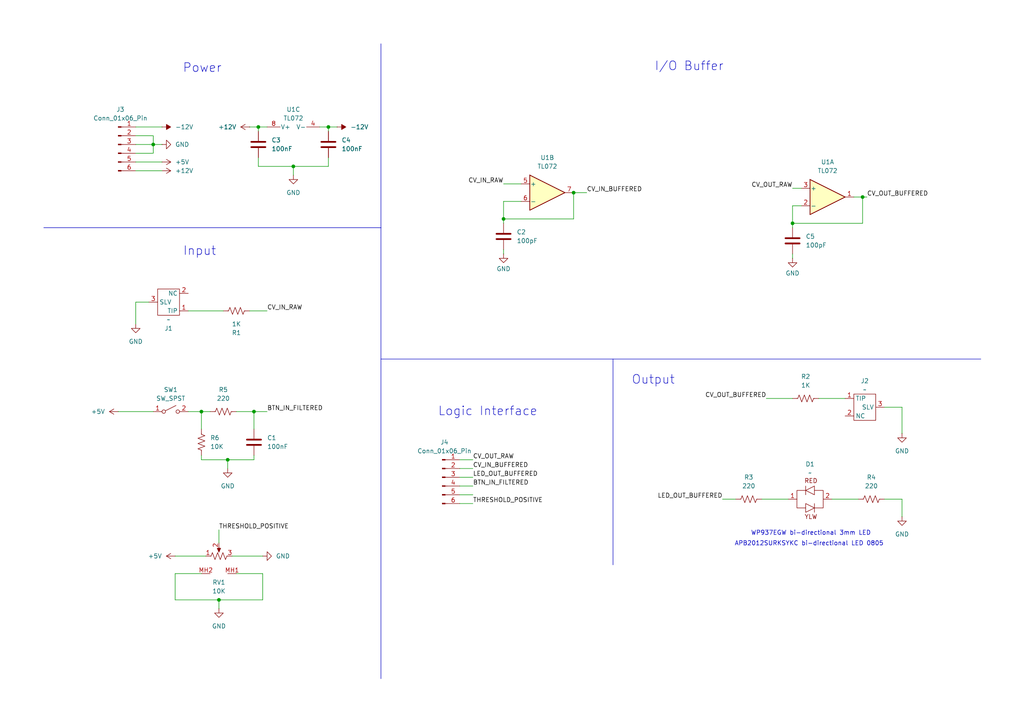
<source format=kicad_sch>
(kicad_sch
	(version 20250114)
	(generator "eeschema")
	(generator_version "9.0")
	(uuid "fbaa74aa-a0d2-45f6-b5af-948d50bbde7a")
	(paper "A4")
	(lib_symbols
		(symbol "Amplifier_Operational:TL072"
			(pin_names
				(offset 0.127)
			)
			(exclude_from_sim no)
			(in_bom yes)
			(on_board yes)
			(property "Reference" "U"
				(at 0 5.08 0)
				(effects
					(font
						(size 1.27 1.27)
					)
					(justify left)
				)
			)
			(property "Value" "TL072"
				(at 0 -5.08 0)
				(effects
					(font
						(size 1.27 1.27)
					)
					(justify left)
				)
			)
			(property "Footprint" ""
				(at 0 0 0)
				(effects
					(font
						(size 1.27 1.27)
					)
					(hide yes)
				)
			)
			(property "Datasheet" "http://www.ti.com/lit/ds/symlink/tl071.pdf"
				(at 0 0 0)
				(effects
					(font
						(size 1.27 1.27)
					)
					(hide yes)
				)
			)
			(property "Description" "Dual Low-Noise JFET-Input Operational Amplifiers, DIP-8/SOIC-8"
				(at 0 0 0)
				(effects
					(font
						(size 1.27 1.27)
					)
					(hide yes)
				)
			)
			(property "ki_locked" ""
				(at 0 0 0)
				(effects
					(font
						(size 1.27 1.27)
					)
				)
			)
			(property "ki_keywords" "dual opamp"
				(at 0 0 0)
				(effects
					(font
						(size 1.27 1.27)
					)
					(hide yes)
				)
			)
			(property "ki_fp_filters" "SOIC*3.9x4.9mm*P1.27mm* DIP*W7.62mm* TO*99* OnSemi*Micro8* TSSOP*3x3mm*P0.65mm* TSSOP*4.4x3mm*P0.65mm* MSOP*3x3mm*P0.65mm* SSOP*3.9x4.9mm*P0.635mm* LFCSP*2x2mm*P0.5mm* *SIP* SOIC*5.3x6.2mm*P1.27mm*"
				(at 0 0 0)
				(effects
					(font
						(size 1.27 1.27)
					)
					(hide yes)
				)
			)
			(symbol "TL072_1_1"
				(polyline
					(pts
						(xy -5.08 5.08) (xy 5.08 0) (xy -5.08 -5.08) (xy -5.08 5.08)
					)
					(stroke
						(width 0.254)
						(type default)
					)
					(fill
						(type background)
					)
				)
				(pin input line
					(at -7.62 2.54 0)
					(length 2.54)
					(name "+"
						(effects
							(font
								(size 1.27 1.27)
							)
						)
					)
					(number "3"
						(effects
							(font
								(size 1.27 1.27)
							)
						)
					)
				)
				(pin input line
					(at -7.62 -2.54 0)
					(length 2.54)
					(name "-"
						(effects
							(font
								(size 1.27 1.27)
							)
						)
					)
					(number "2"
						(effects
							(font
								(size 1.27 1.27)
							)
						)
					)
				)
				(pin output line
					(at 7.62 0 180)
					(length 2.54)
					(name "~"
						(effects
							(font
								(size 1.27 1.27)
							)
						)
					)
					(number "1"
						(effects
							(font
								(size 1.27 1.27)
							)
						)
					)
				)
			)
			(symbol "TL072_2_1"
				(polyline
					(pts
						(xy -5.08 5.08) (xy 5.08 0) (xy -5.08 -5.08) (xy -5.08 5.08)
					)
					(stroke
						(width 0.254)
						(type default)
					)
					(fill
						(type background)
					)
				)
				(pin input line
					(at -7.62 2.54 0)
					(length 2.54)
					(name "+"
						(effects
							(font
								(size 1.27 1.27)
							)
						)
					)
					(number "5"
						(effects
							(font
								(size 1.27 1.27)
							)
						)
					)
				)
				(pin input line
					(at -7.62 -2.54 0)
					(length 2.54)
					(name "-"
						(effects
							(font
								(size 1.27 1.27)
							)
						)
					)
					(number "6"
						(effects
							(font
								(size 1.27 1.27)
							)
						)
					)
				)
				(pin output line
					(at 7.62 0 180)
					(length 2.54)
					(name "~"
						(effects
							(font
								(size 1.27 1.27)
							)
						)
					)
					(number "7"
						(effects
							(font
								(size 1.27 1.27)
							)
						)
					)
				)
			)
			(symbol "TL072_3_1"
				(pin power_in line
					(at -2.54 7.62 270)
					(length 3.81)
					(name "V+"
						(effects
							(font
								(size 1.27 1.27)
							)
						)
					)
					(number "8"
						(effects
							(font
								(size 1.27 1.27)
							)
						)
					)
				)
				(pin power_in line
					(at -2.54 -7.62 90)
					(length 3.81)
					(name "V-"
						(effects
							(font
								(size 1.27 1.27)
							)
						)
					)
					(number "4"
						(effects
							(font
								(size 1.27 1.27)
							)
						)
					)
				)
			)
			(embedded_fonts no)
		)
		(symbol "Connector:Conn_01x06_Pin"
			(pin_names
				(offset 1.016)
				(hide yes)
			)
			(exclude_from_sim no)
			(in_bom yes)
			(on_board yes)
			(property "Reference" "J"
				(at 0 7.62 0)
				(effects
					(font
						(size 1.27 1.27)
					)
				)
			)
			(property "Value" "Conn_01x06_Pin"
				(at 0 -10.16 0)
				(effects
					(font
						(size 1.27 1.27)
					)
				)
			)
			(property "Footprint" ""
				(at 0 0 0)
				(effects
					(font
						(size 1.27 1.27)
					)
					(hide yes)
				)
			)
			(property "Datasheet" "~"
				(at 0 0 0)
				(effects
					(font
						(size 1.27 1.27)
					)
					(hide yes)
				)
			)
			(property "Description" "Generic connector, single row, 01x06, script generated"
				(at 0 0 0)
				(effects
					(font
						(size 1.27 1.27)
					)
					(hide yes)
				)
			)
			(property "ki_locked" ""
				(at 0 0 0)
				(effects
					(font
						(size 1.27 1.27)
					)
				)
			)
			(property "ki_keywords" "connector"
				(at 0 0 0)
				(effects
					(font
						(size 1.27 1.27)
					)
					(hide yes)
				)
			)
			(property "ki_fp_filters" "Connector*:*_1x??_*"
				(at 0 0 0)
				(effects
					(font
						(size 1.27 1.27)
					)
					(hide yes)
				)
			)
			(symbol "Conn_01x06_Pin_1_1"
				(rectangle
					(start 0.8636 5.207)
					(end 0 4.953)
					(stroke
						(width 0.1524)
						(type default)
					)
					(fill
						(type outline)
					)
				)
				(rectangle
					(start 0.8636 2.667)
					(end 0 2.413)
					(stroke
						(width 0.1524)
						(type default)
					)
					(fill
						(type outline)
					)
				)
				(rectangle
					(start 0.8636 0.127)
					(end 0 -0.127)
					(stroke
						(width 0.1524)
						(type default)
					)
					(fill
						(type outline)
					)
				)
				(rectangle
					(start 0.8636 -2.413)
					(end 0 -2.667)
					(stroke
						(width 0.1524)
						(type default)
					)
					(fill
						(type outline)
					)
				)
				(rectangle
					(start 0.8636 -4.953)
					(end 0 -5.207)
					(stroke
						(width 0.1524)
						(type default)
					)
					(fill
						(type outline)
					)
				)
				(rectangle
					(start 0.8636 -7.493)
					(end 0 -7.747)
					(stroke
						(width 0.1524)
						(type default)
					)
					(fill
						(type outline)
					)
				)
				(polyline
					(pts
						(xy 1.27 5.08) (xy 0.8636 5.08)
					)
					(stroke
						(width 0.1524)
						(type default)
					)
					(fill
						(type none)
					)
				)
				(polyline
					(pts
						(xy 1.27 2.54) (xy 0.8636 2.54)
					)
					(stroke
						(width 0.1524)
						(type default)
					)
					(fill
						(type none)
					)
				)
				(polyline
					(pts
						(xy 1.27 0) (xy 0.8636 0)
					)
					(stroke
						(width 0.1524)
						(type default)
					)
					(fill
						(type none)
					)
				)
				(polyline
					(pts
						(xy 1.27 -2.54) (xy 0.8636 -2.54)
					)
					(stroke
						(width 0.1524)
						(type default)
					)
					(fill
						(type none)
					)
				)
				(polyline
					(pts
						(xy 1.27 -5.08) (xy 0.8636 -5.08)
					)
					(stroke
						(width 0.1524)
						(type default)
					)
					(fill
						(type none)
					)
				)
				(polyline
					(pts
						(xy 1.27 -7.62) (xy 0.8636 -7.62)
					)
					(stroke
						(width 0.1524)
						(type default)
					)
					(fill
						(type none)
					)
				)
				(pin passive line
					(at 5.08 5.08 180)
					(length 3.81)
					(name "Pin_1"
						(effects
							(font
								(size 1.27 1.27)
							)
						)
					)
					(number "1"
						(effects
							(font
								(size 1.27 1.27)
							)
						)
					)
				)
				(pin passive line
					(at 5.08 2.54 180)
					(length 3.81)
					(name "Pin_2"
						(effects
							(font
								(size 1.27 1.27)
							)
						)
					)
					(number "2"
						(effects
							(font
								(size 1.27 1.27)
							)
						)
					)
				)
				(pin passive line
					(at 5.08 0 180)
					(length 3.81)
					(name "Pin_3"
						(effects
							(font
								(size 1.27 1.27)
							)
						)
					)
					(number "3"
						(effects
							(font
								(size 1.27 1.27)
							)
						)
					)
				)
				(pin passive line
					(at 5.08 -2.54 180)
					(length 3.81)
					(name "Pin_4"
						(effects
							(font
								(size 1.27 1.27)
							)
						)
					)
					(number "4"
						(effects
							(font
								(size 1.27 1.27)
							)
						)
					)
				)
				(pin passive line
					(at 5.08 -5.08 180)
					(length 3.81)
					(name "Pin_5"
						(effects
							(font
								(size 1.27 1.27)
							)
						)
					)
					(number "5"
						(effects
							(font
								(size 1.27 1.27)
							)
						)
					)
				)
				(pin passive line
					(at 5.08 -7.62 180)
					(length 3.81)
					(name "Pin_6"
						(effects
							(font
								(size 1.27 1.27)
							)
						)
					)
					(number "6"
						(effects
							(font
								(size 1.27 1.27)
							)
						)
					)
				)
			)
			(embedded_fonts no)
		)
		(symbol "Device:C"
			(pin_numbers
				(hide yes)
			)
			(pin_names
				(offset 0.254)
			)
			(exclude_from_sim no)
			(in_bom yes)
			(on_board yes)
			(property "Reference" "C"
				(at 0.635 2.54 0)
				(effects
					(font
						(size 1.27 1.27)
					)
					(justify left)
				)
			)
			(property "Value" "C"
				(at 0.635 -2.54 0)
				(effects
					(font
						(size 1.27 1.27)
					)
					(justify left)
				)
			)
			(property "Footprint" ""
				(at 0.9652 -3.81 0)
				(effects
					(font
						(size 1.27 1.27)
					)
					(hide yes)
				)
			)
			(property "Datasheet" "~"
				(at 0 0 0)
				(effects
					(font
						(size 1.27 1.27)
					)
					(hide yes)
				)
			)
			(property "Description" "Unpolarized capacitor"
				(at 0 0 0)
				(effects
					(font
						(size 1.27 1.27)
					)
					(hide yes)
				)
			)
			(property "ki_keywords" "cap capacitor"
				(at 0 0 0)
				(effects
					(font
						(size 1.27 1.27)
					)
					(hide yes)
				)
			)
			(property "ki_fp_filters" "C_*"
				(at 0 0 0)
				(effects
					(font
						(size 1.27 1.27)
					)
					(hide yes)
				)
			)
			(symbol "C_0_1"
				(polyline
					(pts
						(xy -2.032 0.762) (xy 2.032 0.762)
					)
					(stroke
						(width 0.508)
						(type default)
					)
					(fill
						(type none)
					)
				)
				(polyline
					(pts
						(xy -2.032 -0.762) (xy 2.032 -0.762)
					)
					(stroke
						(width 0.508)
						(type default)
					)
					(fill
						(type none)
					)
				)
			)
			(symbol "C_1_1"
				(pin passive line
					(at 0 3.81 270)
					(length 2.794)
					(name "~"
						(effects
							(font
								(size 1.27 1.27)
							)
						)
					)
					(number "1"
						(effects
							(font
								(size 1.27 1.27)
							)
						)
					)
				)
				(pin passive line
					(at 0 -3.81 90)
					(length 2.794)
					(name "~"
						(effects
							(font
								(size 1.27 1.27)
							)
						)
					)
					(number "2"
						(effects
							(font
								(size 1.27 1.27)
							)
						)
					)
				)
			)
			(embedded_fonts no)
		)
		(symbol "Device:R_US"
			(pin_numbers
				(hide yes)
			)
			(pin_names
				(offset 0)
			)
			(exclude_from_sim no)
			(in_bom yes)
			(on_board yes)
			(property "Reference" "R"
				(at 2.54 0 90)
				(effects
					(font
						(size 1.27 1.27)
					)
				)
			)
			(property "Value" "R_US"
				(at -2.54 0 90)
				(effects
					(font
						(size 1.27 1.27)
					)
				)
			)
			(property "Footprint" ""
				(at 1.016 -0.254 90)
				(effects
					(font
						(size 1.27 1.27)
					)
					(hide yes)
				)
			)
			(property "Datasheet" "~"
				(at 0 0 0)
				(effects
					(font
						(size 1.27 1.27)
					)
					(hide yes)
				)
			)
			(property "Description" "Resistor, US symbol"
				(at 0 0 0)
				(effects
					(font
						(size 1.27 1.27)
					)
					(hide yes)
				)
			)
			(property "ki_keywords" "R res resistor"
				(at 0 0 0)
				(effects
					(font
						(size 1.27 1.27)
					)
					(hide yes)
				)
			)
			(property "ki_fp_filters" "R_*"
				(at 0 0 0)
				(effects
					(font
						(size 1.27 1.27)
					)
					(hide yes)
				)
			)
			(symbol "R_US_0_1"
				(polyline
					(pts
						(xy 0 2.286) (xy 0 2.54)
					)
					(stroke
						(width 0)
						(type default)
					)
					(fill
						(type none)
					)
				)
				(polyline
					(pts
						(xy 0 2.286) (xy 1.016 1.905) (xy 0 1.524) (xy -1.016 1.143) (xy 0 0.762)
					)
					(stroke
						(width 0)
						(type default)
					)
					(fill
						(type none)
					)
				)
				(polyline
					(pts
						(xy 0 0.762) (xy 1.016 0.381) (xy 0 0) (xy -1.016 -0.381) (xy 0 -0.762)
					)
					(stroke
						(width 0)
						(type default)
					)
					(fill
						(type none)
					)
				)
				(polyline
					(pts
						(xy 0 -0.762) (xy 1.016 -1.143) (xy 0 -1.524) (xy -1.016 -1.905) (xy 0 -2.286)
					)
					(stroke
						(width 0)
						(type default)
					)
					(fill
						(type none)
					)
				)
				(polyline
					(pts
						(xy 0 -2.286) (xy 0 -2.54)
					)
					(stroke
						(width 0)
						(type default)
					)
					(fill
						(type none)
					)
				)
			)
			(symbol "R_US_1_1"
				(pin passive line
					(at 0 3.81 270)
					(length 1.27)
					(name "~"
						(effects
							(font
								(size 1.27 1.27)
							)
						)
					)
					(number "1"
						(effects
							(font
								(size 1.27 1.27)
							)
						)
					)
				)
				(pin passive line
					(at 0 -3.81 90)
					(length 1.27)
					(name "~"
						(effects
							(font
								(size 1.27 1.27)
							)
						)
					)
					(number "2"
						(effects
							(font
								(size 1.27 1.27)
							)
						)
					)
				)
			)
			(embedded_fonts no)
		)
		(symbol "Switch:SW_SPST"
			(pin_names
				(offset 0)
				(hide yes)
			)
			(exclude_from_sim no)
			(in_bom yes)
			(on_board yes)
			(property "Reference" "SW"
				(at 0 3.175 0)
				(effects
					(font
						(size 1.27 1.27)
					)
				)
			)
			(property "Value" "SW_SPST"
				(at 0 -2.54 0)
				(effects
					(font
						(size 1.27 1.27)
					)
				)
			)
			(property "Footprint" ""
				(at 0 0 0)
				(effects
					(font
						(size 1.27 1.27)
					)
					(hide yes)
				)
			)
			(property "Datasheet" "~"
				(at 0 0 0)
				(effects
					(font
						(size 1.27 1.27)
					)
					(hide yes)
				)
			)
			(property "Description" "Single Pole Single Throw (SPST) switch"
				(at 0 0 0)
				(effects
					(font
						(size 1.27 1.27)
					)
					(hide yes)
				)
			)
			(property "ki_keywords" "switch lever"
				(at 0 0 0)
				(effects
					(font
						(size 1.27 1.27)
					)
					(hide yes)
				)
			)
			(property "ki_fp_filters" "*SWITCH_SPST*"
				(at 0 0 0)
				(effects
					(font
						(size 1.27 1.27)
					)
					(hide yes)
				)
			)
			(symbol "SW_SPST_0_0"
				(circle
					(center -2.032 0)
					(radius 0.508)
					(stroke
						(width 0)
						(type default)
					)
					(fill
						(type none)
					)
				)
				(polyline
					(pts
						(xy -1.524 0.254) (xy 1.524 1.778)
					)
					(stroke
						(width 0)
						(type default)
					)
					(fill
						(type none)
					)
				)
				(circle
					(center 2.032 0)
					(radius 0.508)
					(stroke
						(width 0)
						(type default)
					)
					(fill
						(type none)
					)
				)
			)
			(symbol "SW_SPST_1_1"
				(pin passive line
					(at -5.08 0 0)
					(length 2.54)
					(name "A"
						(effects
							(font
								(size 1.27 1.27)
							)
						)
					)
					(number "1"
						(effects
							(font
								(size 1.27 1.27)
							)
						)
					)
				)
				(pin passive line
					(at 5.08 0 180)
					(length 2.54)
					(name "B"
						(effects
							(font
								(size 1.27 1.27)
							)
						)
					)
					(number "2"
						(effects
							(font
								(size 1.27 1.27)
							)
						)
					)
				)
			)
			(embedded_fonts no)
		)
		(symbol "mjrskiles:R_Potentiometer_US_MH"
			(pin_names
				(offset 1.016)
				(hide yes)
			)
			(exclude_from_sim no)
			(in_bom yes)
			(on_board yes)
			(property "Reference" "RV"
				(at -4.445 0 90)
				(effects
					(font
						(size 1.27 1.27)
					)
				)
			)
			(property "Value" "R_Potentiometer_US_MH"
				(at -2.54 0 90)
				(effects
					(font
						(size 1.27 1.27)
					)
				)
			)
			(property "Footprint" ""
				(at 0 0 0)
				(effects
					(font
						(size 1.27 1.27)
					)
					(hide yes)
				)
			)
			(property "Datasheet" "~"
				(at 0 0 0)
				(effects
					(font
						(size 1.27 1.27)
					)
					(hide yes)
				)
			)
			(property "Description" "Potentiometer, US symbol"
				(at 0 0 0)
				(effects
					(font
						(size 1.27 1.27)
					)
					(hide yes)
				)
			)
			(property "ki_keywords" "resistor variable"
				(at 0 0 0)
				(effects
					(font
						(size 1.27 1.27)
					)
					(hide yes)
				)
			)
			(property "ki_fp_filters" "Potentiometer* PTV09A* mjrskiles:*"
				(at 0 0 0)
				(effects
					(font
						(size 1.27 1.27)
					)
					(hide yes)
				)
			)
			(symbol "R_Potentiometer_US_MH_0_1"
				(polyline
					(pts
						(xy 0 2.54) (xy 0 2.286)
					)
					(stroke
						(width 0)
						(type default)
					)
					(fill
						(type none)
					)
				)
				(polyline
					(pts
						(xy 0 2.286) (xy 1.016 1.905) (xy 0 1.524) (xy -1.016 1.143) (xy 0 0.762)
					)
					(stroke
						(width 0)
						(type default)
					)
					(fill
						(type none)
					)
				)
				(polyline
					(pts
						(xy 0 0.762) (xy 1.016 0.381) (xy 0 0) (xy -1.016 -0.381) (xy 0 -0.762)
					)
					(stroke
						(width 0)
						(type default)
					)
					(fill
						(type none)
					)
				)
				(polyline
					(pts
						(xy 0 -0.762) (xy 1.016 -1.143) (xy 0 -1.524) (xy -1.016 -1.905) (xy 0 -2.286)
					)
					(stroke
						(width 0)
						(type default)
					)
					(fill
						(type none)
					)
				)
				(polyline
					(pts
						(xy 0 -2.286) (xy 0 -2.54)
					)
					(stroke
						(width 0)
						(type default)
					)
					(fill
						(type none)
					)
				)
				(polyline
					(pts
						(xy 1.143 0) (xy 2.286 0.508) (xy 2.286 -0.508) (xy 1.143 0)
					)
					(stroke
						(width 0)
						(type default)
					)
					(fill
						(type outline)
					)
				)
				(polyline
					(pts
						(xy 2.54 0) (xy 1.524 0)
					)
					(stroke
						(width 0)
						(type default)
					)
					(fill
						(type none)
					)
				)
			)
			(symbol "R_Potentiometer_US_MH_1_1"
				(pin power_in line
					(at -5.08 5.08 270)
					(length 2.54)
					(name "GND"
						(effects
							(font
								(size 1.27 1.27)
							)
						)
					)
					(number "MH2"
						(effects
							(font
								(size 1.27 1.27)
							)
						)
					)
				)
				(pin power_in line
					(at -5.08 -5.08 90)
					(length 2.54)
					(name "GND"
						(effects
							(font
								(size 1.27 1.27)
							)
						)
					)
					(number "MH1"
						(effects
							(font
								(size 1.27 1.27)
							)
						)
					)
				)
				(pin passive line
					(at 0 3.81 270)
					(length 1.27)
					(name "1"
						(effects
							(font
								(size 1.27 1.27)
							)
						)
					)
					(number "1"
						(effects
							(font
								(size 1.27 1.27)
							)
						)
					)
				)
				(pin passive line
					(at 0 -3.81 90)
					(length 1.27)
					(name "3"
						(effects
							(font
								(size 1.27 1.27)
							)
						)
					)
					(number "3"
						(effects
							(font
								(size 1.27 1.27)
							)
						)
					)
				)
				(pin passive line
					(at 3.81 0 180)
					(length 1.27)
					(name "2"
						(effects
							(font
								(size 1.27 1.27)
							)
						)
					)
					(number "2"
						(effects
							(font
								(size 1.27 1.27)
							)
						)
					)
				)
			)
			(embedded_fonts no)
		)
		(symbol "mjrskiles:THONKICONN"
			(exclude_from_sim no)
			(in_bom yes)
			(on_board yes)
			(property "Reference" "J"
				(at 0.508 8.636 0)
				(effects
					(font
						(size 1.27 1.27)
					)
				)
			)
			(property "Value" ""
				(at 0.508 6.096 0)
				(effects
					(font
						(size 1.27 1.27)
					)
				)
			)
			(property "Footprint" "mjrskiles:THONKICONN"
				(at 0.508 6.096 0)
				(effects
					(font
						(size 1.27 1.27)
					)
					(hide yes)
				)
			)
			(property "Datasheet" "https://www.thonk.co.uk/wp-content/uploads/2018/07/Thonkiconn_Jack_Datasheet-new.jpg"
				(at 0.508 6.096 0)
				(effects
					(font
						(size 1.27 1.27)
					)
					(hide yes)
				)
			)
			(property "Description" "Mono audio jack"
				(at 0.508 6.096 0)
				(effects
					(font
						(size 1.27 1.27)
					)
					(hide yes)
				)
			)
			(symbol "THONKICONN_0_1"
				(rectangle
					(start 0 7.62)
					(end 6.35 0)
					(stroke
						(width 0)
						(type default)
					)
					(fill
						(type none)
					)
				)
			)
			(symbol "THONKICONN_1_1"
				(pin input line
					(at -2.54 6.35 0)
					(length 2.54)
					(name "TIP"
						(effects
							(font
								(size 1.27 1.27)
							)
						)
					)
					(number "1"
						(effects
							(font
								(size 1.27 1.27)
							)
						)
					)
				)
				(pin passive line
					(at -2.54 1.27 0)
					(length 2.54)
					(name "NC"
						(effects
							(font
								(size 1.27 1.27)
							)
						)
					)
					(number "2"
						(effects
							(font
								(size 1.27 1.27)
							)
						)
					)
				)
				(pin bidirectional line
					(at 8.89 3.81 180)
					(length 2.54)
					(name "SLV"
						(effects
							(font
								(size 1.27 1.27)
							)
						)
					)
					(number "3"
						(effects
							(font
								(size 1.27 1.27)
							)
						)
					)
				)
			)
			(embedded_fonts no)
		)
		(symbol "mjrskiles:WP937EGW"
			(exclude_from_sim no)
			(in_bom yes)
			(on_board yes)
			(property "Reference" "D"
				(at 0.254 7.874 0)
				(effects
					(font
						(size 1.27 1.27)
					)
				)
			)
			(property "Value" ""
				(at 0 0 0)
				(effects
					(font
						(size 1.27 1.27)
					)
				)
			)
			(property "Footprint" ""
				(at 0 0 0)
				(effects
					(font
						(size 1.27 1.27)
					)
					(hide yes)
				)
			)
			(property "Datasheet" ""
				(at 0 0 0)
				(effects
					(font
						(size 1.27 1.27)
					)
					(hide yes)
				)
			)
			(property "Description" "Bi-directional LED Red/Green 3mm"
				(at 0 0 0)
				(effects
					(font
						(size 1.27 1.27)
					)
					(hide yes)
				)
			)
			(property "ki_fp_filters" "*LED*D3.0mm*"
				(at 0 0 0)
				(effects
					(font
						(size 1.27 1.27)
					)
					(hide yes)
				)
			)
			(symbol "WP937EGW_0_1"
				(polyline
					(pts
						(xy 0 1.27) (xy 0 3.81) (xy 0 2.54) (xy 2.54 3.81) (xy 2.54 1.27) (xy 0 2.54)
					)
					(stroke
						(width 0)
						(type default)
					)
					(fill
						(type none)
					)
				)
				(polyline
					(pts
						(xy 0 -2.54) (xy -2.54 -2.54) (xy -2.54 0) (xy -2.54 2.54) (xy 0 2.54)
					)
					(stroke
						(width 0)
						(type default)
					)
					(fill
						(type none)
					)
				)
				(polyline
					(pts
						(xy 2.54 2.54) (xy 5.08 2.54) (xy 5.08 0) (xy 5.08 -2.54) (xy 2.54 -2.54)
					)
					(stroke
						(width 0)
						(type default)
					)
					(fill
						(type none)
					)
				)
				(polyline
					(pts
						(xy 2.54 -1.27) (xy 2.54 -3.81) (xy 2.54 -2.54) (xy 0 -1.27) (xy 0 -3.81) (xy 2.54 -2.54)
					)
					(stroke
						(width 0)
						(type default)
					)
					(fill
						(type none)
					)
				)
			)
			(symbol "WP937EGW_1_1"
				(text "RED"
					(at 1.524 5.334 0)
					(effects
						(font
							(size 1.27 1.27)
						)
					)
				)
				(text "YLW"
					(at 1.524 -5.08 0)
					(effects
						(font
							(size 1.27 1.27)
						)
					)
				)
				(pin input line
					(at -5.08 0 0)
					(length 2.54)
					(name ""
						(effects
							(font
								(size 1.27 1.27)
							)
						)
					)
					(number "1"
						(effects
							(font
								(size 1.27 1.27)
							)
						)
					)
				)
				(pin input line
					(at 7.62 0 180)
					(length 2.54)
					(name ""
						(effects
							(font
								(size 1.27 1.27)
							)
						)
					)
					(number "2"
						(effects
							(font
								(size 1.27 1.27)
							)
						)
					)
				)
			)
			(embedded_fonts no)
		)
		(symbol "power:+12V"
			(power)
			(pin_numbers
				(hide yes)
			)
			(pin_names
				(offset 0)
				(hide yes)
			)
			(exclude_from_sim no)
			(in_bom yes)
			(on_board yes)
			(property "Reference" "#PWR"
				(at 0 -3.81 0)
				(effects
					(font
						(size 1.27 1.27)
					)
					(hide yes)
				)
			)
			(property "Value" "+12V"
				(at 0 3.556 0)
				(effects
					(font
						(size 1.27 1.27)
					)
				)
			)
			(property "Footprint" ""
				(at 0 0 0)
				(effects
					(font
						(size 1.27 1.27)
					)
					(hide yes)
				)
			)
			(property "Datasheet" ""
				(at 0 0 0)
				(effects
					(font
						(size 1.27 1.27)
					)
					(hide yes)
				)
			)
			(property "Description" "Power symbol creates a global label with name \"+12V\""
				(at 0 0 0)
				(effects
					(font
						(size 1.27 1.27)
					)
					(hide yes)
				)
			)
			(property "ki_keywords" "global power"
				(at 0 0 0)
				(effects
					(font
						(size 1.27 1.27)
					)
					(hide yes)
				)
			)
			(symbol "+12V_0_1"
				(polyline
					(pts
						(xy -0.762 1.27) (xy 0 2.54)
					)
					(stroke
						(width 0)
						(type default)
					)
					(fill
						(type none)
					)
				)
				(polyline
					(pts
						(xy 0 2.54) (xy 0.762 1.27)
					)
					(stroke
						(width 0)
						(type default)
					)
					(fill
						(type none)
					)
				)
				(polyline
					(pts
						(xy 0 0) (xy 0 2.54)
					)
					(stroke
						(width 0)
						(type default)
					)
					(fill
						(type none)
					)
				)
			)
			(symbol "+12V_1_1"
				(pin power_in line
					(at 0 0 90)
					(length 0)
					(name "~"
						(effects
							(font
								(size 1.27 1.27)
							)
						)
					)
					(number "1"
						(effects
							(font
								(size 1.27 1.27)
							)
						)
					)
				)
			)
			(embedded_fonts no)
		)
		(symbol "power:+5V"
			(power)
			(pin_numbers
				(hide yes)
			)
			(pin_names
				(offset 0)
				(hide yes)
			)
			(exclude_from_sim no)
			(in_bom yes)
			(on_board yes)
			(property "Reference" "#PWR"
				(at 0 -3.81 0)
				(effects
					(font
						(size 1.27 1.27)
					)
					(hide yes)
				)
			)
			(property "Value" "+5V"
				(at 0 3.556 0)
				(effects
					(font
						(size 1.27 1.27)
					)
				)
			)
			(property "Footprint" ""
				(at 0 0 0)
				(effects
					(font
						(size 1.27 1.27)
					)
					(hide yes)
				)
			)
			(property "Datasheet" ""
				(at 0 0 0)
				(effects
					(font
						(size 1.27 1.27)
					)
					(hide yes)
				)
			)
			(property "Description" "Power symbol creates a global label with name \"+5V\""
				(at 0 0 0)
				(effects
					(font
						(size 1.27 1.27)
					)
					(hide yes)
				)
			)
			(property "ki_keywords" "global power"
				(at 0 0 0)
				(effects
					(font
						(size 1.27 1.27)
					)
					(hide yes)
				)
			)
			(symbol "+5V_0_1"
				(polyline
					(pts
						(xy -0.762 1.27) (xy 0 2.54)
					)
					(stroke
						(width 0)
						(type default)
					)
					(fill
						(type none)
					)
				)
				(polyline
					(pts
						(xy 0 2.54) (xy 0.762 1.27)
					)
					(stroke
						(width 0)
						(type default)
					)
					(fill
						(type none)
					)
				)
				(polyline
					(pts
						(xy 0 0) (xy 0 2.54)
					)
					(stroke
						(width 0)
						(type default)
					)
					(fill
						(type none)
					)
				)
			)
			(symbol "+5V_1_1"
				(pin power_in line
					(at 0 0 90)
					(length 0)
					(name "~"
						(effects
							(font
								(size 1.27 1.27)
							)
						)
					)
					(number "1"
						(effects
							(font
								(size 1.27 1.27)
							)
						)
					)
				)
			)
			(embedded_fonts no)
		)
		(symbol "power:-12V"
			(power)
			(pin_numbers
				(hide yes)
			)
			(pin_names
				(offset 0)
				(hide yes)
			)
			(exclude_from_sim no)
			(in_bom yes)
			(on_board yes)
			(property "Reference" "#PWR"
				(at 0 -3.81 0)
				(effects
					(font
						(size 1.27 1.27)
					)
					(hide yes)
				)
			)
			(property "Value" "-12V"
				(at 0 3.556 0)
				(effects
					(font
						(size 1.27 1.27)
					)
				)
			)
			(property "Footprint" ""
				(at 0 0 0)
				(effects
					(font
						(size 1.27 1.27)
					)
					(hide yes)
				)
			)
			(property "Datasheet" ""
				(at 0 0 0)
				(effects
					(font
						(size 1.27 1.27)
					)
					(hide yes)
				)
			)
			(property "Description" "Power symbol creates a global label with name \"-12V\""
				(at 0 0 0)
				(effects
					(font
						(size 1.27 1.27)
					)
					(hide yes)
				)
			)
			(property "ki_keywords" "global power"
				(at 0 0 0)
				(effects
					(font
						(size 1.27 1.27)
					)
					(hide yes)
				)
			)
			(symbol "-12V_0_0"
				(pin power_in line
					(at 0 0 90)
					(length 0)
					(name "~"
						(effects
							(font
								(size 1.27 1.27)
							)
						)
					)
					(number "1"
						(effects
							(font
								(size 1.27 1.27)
							)
						)
					)
				)
			)
			(symbol "-12V_0_1"
				(polyline
					(pts
						(xy 0 0) (xy 0 1.27) (xy 0.762 1.27) (xy 0 2.54) (xy -0.762 1.27) (xy 0 1.27)
					)
					(stroke
						(width 0)
						(type default)
					)
					(fill
						(type outline)
					)
				)
			)
			(embedded_fonts no)
		)
		(symbol "power:GND"
			(power)
			(pin_numbers
				(hide yes)
			)
			(pin_names
				(offset 0)
				(hide yes)
			)
			(exclude_from_sim no)
			(in_bom yes)
			(on_board yes)
			(property "Reference" "#PWR"
				(at 0 -6.35 0)
				(effects
					(font
						(size 1.27 1.27)
					)
					(hide yes)
				)
			)
			(property "Value" "GND"
				(at 0 -3.81 0)
				(effects
					(font
						(size 1.27 1.27)
					)
				)
			)
			(property "Footprint" ""
				(at 0 0 0)
				(effects
					(font
						(size 1.27 1.27)
					)
					(hide yes)
				)
			)
			(property "Datasheet" ""
				(at 0 0 0)
				(effects
					(font
						(size 1.27 1.27)
					)
					(hide yes)
				)
			)
			(property "Description" "Power symbol creates a global label with name \"GND\" , ground"
				(at 0 0 0)
				(effects
					(font
						(size 1.27 1.27)
					)
					(hide yes)
				)
			)
			(property "ki_keywords" "global power"
				(at 0 0 0)
				(effects
					(font
						(size 1.27 1.27)
					)
					(hide yes)
				)
			)
			(symbol "GND_0_1"
				(polyline
					(pts
						(xy 0 0) (xy 0 -1.27) (xy 1.27 -1.27) (xy 0 -2.54) (xy -1.27 -1.27) (xy 0 -1.27)
					)
					(stroke
						(width 0)
						(type default)
					)
					(fill
						(type none)
					)
				)
			)
			(symbol "GND_1_1"
				(pin power_in line
					(at 0 0 270)
					(length 0)
					(name "~"
						(effects
							(font
								(size 1.27 1.27)
							)
						)
					)
					(number "1"
						(effects
							(font
								(size 1.27 1.27)
							)
						)
					)
				)
			)
			(embedded_fonts no)
		)
	)
	(text "Output"
		(exclude_from_sim no)
		(at 189.484 110.236 0)
		(effects
			(font
				(size 2.54 2.54)
			)
		)
		(uuid "32e7725c-5444-4651-a65f-2a7d483d7431")
	)
	(text "I/O Buffer"
		(exclude_from_sim no)
		(at 199.898 19.304 0)
		(effects
			(font
				(size 2.54 2.54)
			)
		)
		(uuid "35c26d4b-b43c-40ae-ba67-9a3efae7a552")
	)
	(text "Power"
		(exclude_from_sim no)
		(at 58.674 19.812 0)
		(effects
			(font
				(size 2.54 2.54)
			)
		)
		(uuid "45a1e06c-7bb1-48c7-8550-9818f0ac39ec")
	)
	(text " APB2012SURKSYKC bi-directional LED 0805"
		(exclude_from_sim no)
		(at 234.188 157.734 0)
		(effects
			(font
				(size 1.27 1.27)
			)
		)
		(uuid "5746bf15-d6af-418c-9de4-8b45a16e8b51")
	)
	(text "Input"
		(exclude_from_sim no)
		(at 57.912 72.898 0)
		(effects
			(font
				(size 2.54 2.54)
			)
		)
		(uuid "6910ee8c-2c7b-44ea-acee-41a5d4b048e9")
	)
	(text "WP937EGW bi-directional 3mm LED"
		(exclude_from_sim no)
		(at 235.204 154.686 0)
		(effects
			(font
				(size 1.27 1.27)
			)
		)
		(uuid "d6b947ab-dfdc-42f7-982d-14798a8df6ea")
	)
	(text "Logic Interface"
		(exclude_from_sim no)
		(at 141.478 119.38 0)
		(effects
			(font
				(size 2.54 2.54)
			)
		)
		(uuid "fe33d862-dfa4-49ad-a267-7d6cf6cfe219")
	)
	(junction
		(at 229.87 64.77)
		(diameter 0)
		(color 0 0 0 0)
		(uuid "01f5284c-dfee-4670-ba57-466f0eb5d00f")
	)
	(junction
		(at 95.25 36.83)
		(diameter 0)
		(color 0 0 0 0)
		(uuid "0aaba385-3609-4aed-ab29-be666a8c6a89")
	)
	(junction
		(at 74.93 36.83)
		(diameter 0)
		(color 0 0 0 0)
		(uuid "16cde36f-5b09-4dc6-ad66-9ae4355db6fa")
	)
	(junction
		(at 73.66 119.38)
		(diameter 0)
		(color 0 0 0 0)
		(uuid "2d237f39-8491-47e6-b9e3-8d3482511a7a")
	)
	(junction
		(at 63.5 173.99)
		(diameter 0)
		(color 0 0 0 0)
		(uuid "37d9ea77-561e-444f-89b5-ac090776ced0")
	)
	(junction
		(at 85.09 48.26)
		(diameter 0)
		(color 0 0 0 0)
		(uuid "3b9c8d95-ced5-404e-af8d-6bf7b976b484")
	)
	(junction
		(at 44.45 41.91)
		(diameter 0)
		(color 0 0 0 0)
		(uuid "779999db-b0a3-4e8c-a36f-47ef06ac48a1")
	)
	(junction
		(at 146.05 63.5)
		(diameter 0)
		(color 0 0 0 0)
		(uuid "9ef1307f-4d36-4bf7-8103-175d2fa3af28")
	)
	(junction
		(at 66.04 133.35)
		(diameter 0)
		(color 0 0 0 0)
		(uuid "af9abf44-0734-494a-b008-ef85b7d42b98")
	)
	(junction
		(at 166.37 55.88)
		(diameter 0)
		(color 0 0 0 0)
		(uuid "d6b095fc-19a0-4da9-a04d-05a9876db6f1")
	)
	(junction
		(at 58.42 119.38)
		(diameter 0)
		(color 0 0 0 0)
		(uuid "e4f16387-750a-48a8-a84e-49352a837e29")
	)
	(junction
		(at 250.19 57.15)
		(diameter 0)
		(color 0 0 0 0)
		(uuid "f860d34f-2a34-471b-903b-adc497b13ec6")
	)
	(wire
		(pts
			(xy 85.09 48.26) (xy 85.09 50.8)
		)
		(stroke
			(width 0)
			(type default)
		)
		(uuid "00028983-ee57-41e5-a1d3-69fd9feb6841")
	)
	(wire
		(pts
			(xy 74.93 48.26) (xy 74.93 45.72)
		)
		(stroke
			(width 0)
			(type default)
		)
		(uuid "013bc0d3-e799-41d3-97b6-2cec4c1791e7")
	)
	(wire
		(pts
			(xy 166.37 63.5) (xy 166.37 55.88)
		)
		(stroke
			(width 0)
			(type default)
		)
		(uuid "02d0b7a6-f98f-49e5-9d2c-9f6632e2d6cf")
	)
	(wire
		(pts
			(xy 237.49 115.57) (xy 245.11 115.57)
		)
		(stroke
			(width 0)
			(type default)
		)
		(uuid "0663cfd2-5ba6-4aa2-a334-200bf48ce02f")
	)
	(wire
		(pts
			(xy 58.42 119.38) (xy 58.42 124.46)
		)
		(stroke
			(width 0)
			(type default)
		)
		(uuid "075091ae-510a-4548-94f5-6b46bad2d8b1")
	)
	(wire
		(pts
			(xy 229.87 73.66) (xy 229.87 74.93)
		)
		(stroke
			(width 0)
			(type default)
		)
		(uuid "0d8196f7-331e-4579-9404-bf32adc24dd3")
	)
	(wire
		(pts
			(xy 166.37 55.88) (xy 170.18 55.88)
		)
		(stroke
			(width 0)
			(type default)
		)
		(uuid "107b5123-6351-4c2c-b0b2-e4a9572f0cb0")
	)
	(wire
		(pts
			(xy 256.54 144.78) (xy 261.62 144.78)
		)
		(stroke
			(width 0)
			(type default)
		)
		(uuid "1473e974-2d98-4a87-9c21-dc48edf588fe")
	)
	(wire
		(pts
			(xy 68.58 119.38) (xy 73.66 119.38)
		)
		(stroke
			(width 0)
			(type default)
		)
		(uuid "14caba55-8029-4115-ac99-cec3bea0b4f1")
	)
	(polyline
		(pts
			(xy 110.49 104.14) (xy 284.48 104.14)
		)
		(stroke
			(width 0)
			(type default)
		)
		(uuid "1a48fb55-f9f8-47ab-9cc9-4a3b06d59cfd")
	)
	(wire
		(pts
			(xy 95.25 48.26) (xy 85.09 48.26)
		)
		(stroke
			(width 0)
			(type default)
		)
		(uuid "1a6d761d-57bd-4a63-9c08-6ba73937298e")
	)
	(wire
		(pts
			(xy 66.04 133.35) (xy 66.04 135.89)
		)
		(stroke
			(width 0)
			(type default)
		)
		(uuid "1f745166-0d84-4223-b1a9-33162aebc6c4")
	)
	(wire
		(pts
			(xy 229.87 64.77) (xy 229.87 66.04)
		)
		(stroke
			(width 0)
			(type default)
		)
		(uuid "228871c3-2f42-49c5-9694-3fbfc1a04fd4")
	)
	(wire
		(pts
			(xy 67.31 161.29) (xy 76.2 161.29)
		)
		(stroke
			(width 0)
			(type default)
		)
		(uuid "2850974f-8eac-4965-a262-278a307ebcde")
	)
	(wire
		(pts
			(xy 256.54 118.11) (xy 261.62 118.11)
		)
		(stroke
			(width 0)
			(type default)
		)
		(uuid "29795dfe-ec67-4d81-ae95-cda83c9aac69")
	)
	(wire
		(pts
			(xy 43.18 87.63) (xy 39.37 87.63)
		)
		(stroke
			(width 0)
			(type default)
		)
		(uuid "29e56868-6014-4c81-b670-9e508f0d0ae9")
	)
	(polyline
		(pts
			(xy 110.49 12.7) (xy 110.49 66.04)
		)
		(stroke
			(width 0)
			(type default)
		)
		(uuid "30a00e0a-bec5-4670-b8a2-c49b5c531791")
	)
	(wire
		(pts
			(xy 44.45 41.91) (xy 46.99 41.91)
		)
		(stroke
			(width 0)
			(type default)
		)
		(uuid "32ec6ffa-76ab-4180-8ef9-db98f9bdb76a")
	)
	(wire
		(pts
			(xy 146.05 58.42) (xy 146.05 63.5)
		)
		(stroke
			(width 0)
			(type default)
		)
		(uuid "33860c3a-cc5f-4a92-8ee1-641fa758a3f6")
	)
	(wire
		(pts
			(xy 250.19 64.77) (xy 250.19 57.15)
		)
		(stroke
			(width 0)
			(type default)
		)
		(uuid "36f94266-4cd0-44db-b9ac-ec91cfbc61fd")
	)
	(wire
		(pts
			(xy 95.25 36.83) (xy 95.25 38.1)
		)
		(stroke
			(width 0)
			(type default)
		)
		(uuid "3f4ad37f-0e32-42f1-8514-25feaf0ee845")
	)
	(wire
		(pts
			(xy 232.41 54.61) (xy 229.87 54.61)
		)
		(stroke
			(width 0)
			(type default)
		)
		(uuid "3fbafb0a-44f4-44c9-b943-ffb62c247cfd")
	)
	(wire
		(pts
			(xy 76.2 173.99) (xy 63.5 173.99)
		)
		(stroke
			(width 0)
			(type default)
		)
		(uuid "414920d8-08bf-4a54-91e8-cb1530c97fdc")
	)
	(wire
		(pts
			(xy 222.25 115.57) (xy 229.87 115.57)
		)
		(stroke
			(width 0)
			(type default)
		)
		(uuid "419f177c-2b67-4e92-b9ee-a45ef676a0e4")
	)
	(wire
		(pts
			(xy 261.62 118.11) (xy 261.62 125.73)
		)
		(stroke
			(width 0)
			(type default)
		)
		(uuid "4516bdaa-b00c-43dc-9413-d9ae6b0a0268")
	)
	(wire
		(pts
			(xy 39.37 41.91) (xy 44.45 41.91)
		)
		(stroke
			(width 0)
			(type default)
		)
		(uuid "4bc3e3d6-6141-404d-a276-fea1b0c58b8b")
	)
	(wire
		(pts
			(xy 39.37 46.99) (xy 46.99 46.99)
		)
		(stroke
			(width 0)
			(type default)
		)
		(uuid "4eaee33b-0208-4eb4-b5ec-61298273bcce")
	)
	(wire
		(pts
			(xy 95.25 45.72) (xy 95.25 48.26)
		)
		(stroke
			(width 0)
			(type default)
		)
		(uuid "4fc03910-2a57-4c2d-9b4f-09fba11d4bc6")
	)
	(wire
		(pts
			(xy 50.8 173.99) (xy 50.8 166.37)
		)
		(stroke
			(width 0)
			(type default)
		)
		(uuid "557bc4d7-f2a9-4e0c-8a50-2a77372e70c3")
	)
	(wire
		(pts
			(xy 77.47 90.17) (xy 72.39 90.17)
		)
		(stroke
			(width 0)
			(type default)
		)
		(uuid "5c7f7806-8677-45f3-85eb-828176b09b08")
	)
	(wire
		(pts
			(xy 229.87 59.69) (xy 229.87 64.77)
		)
		(stroke
			(width 0)
			(type default)
		)
		(uuid "5de67b87-9d07-4957-9e80-b85b61d70770")
	)
	(polyline
		(pts
			(xy 12.7 66.04) (xy 110.49 66.04)
		)
		(stroke
			(width 0)
			(type default)
		)
		(uuid "63ccb859-3f2f-4721-aec9-87216b41090e")
	)
	(wire
		(pts
			(xy 72.39 36.83) (xy 74.93 36.83)
		)
		(stroke
			(width 0)
			(type default)
		)
		(uuid "64db93eb-fd08-4ffb-90a0-c9379710c3c0")
	)
	(wire
		(pts
			(xy 229.87 64.77) (xy 250.19 64.77)
		)
		(stroke
			(width 0)
			(type default)
		)
		(uuid "64e3f216-f5ac-4b02-b159-9e14b1900a5b")
	)
	(wire
		(pts
			(xy 73.66 119.38) (xy 73.66 124.46)
		)
		(stroke
			(width 0)
			(type default)
		)
		(uuid "64e61666-6f6e-4146-bfd4-75878aa56793")
	)
	(wire
		(pts
			(xy 76.2 166.37) (xy 76.2 173.99)
		)
		(stroke
			(width 0)
			(type default)
		)
		(uuid "6caa5425-2045-4041-88cb-ce31b5211583")
	)
	(wire
		(pts
			(xy 63.5 176.53) (xy 63.5 173.99)
		)
		(stroke
			(width 0)
			(type default)
		)
		(uuid "6ec46ec5-1087-47d3-9d25-7562dd1b562c")
	)
	(wire
		(pts
			(xy 95.25 36.83) (xy 97.79 36.83)
		)
		(stroke
			(width 0)
			(type default)
		)
		(uuid "6f5878c2-2d20-4f0d-a0bb-8ce448f63ec3")
	)
	(wire
		(pts
			(xy 146.05 63.5) (xy 146.05 64.77)
		)
		(stroke
			(width 0)
			(type default)
		)
		(uuid "753771a6-13b7-4cff-aada-8ded1b4ecc9a")
	)
	(wire
		(pts
			(xy 68.58 166.37) (xy 76.2 166.37)
		)
		(stroke
			(width 0)
			(type default)
		)
		(uuid "77811b71-f44b-45e2-b433-ca3bfb01f4ea")
	)
	(wire
		(pts
			(xy 58.42 119.38) (xy 60.96 119.38)
		)
		(stroke
			(width 0)
			(type default)
		)
		(uuid "79ee6bf9-5c3e-4252-b945-61a230e38a2c")
	)
	(wire
		(pts
			(xy 133.35 133.35) (xy 137.16 133.35)
		)
		(stroke
			(width 0)
			(type default)
		)
		(uuid "7a014d36-f654-4f46-85f7-0be21dfa969c")
	)
	(wire
		(pts
			(xy 133.35 140.97) (xy 137.16 140.97)
		)
		(stroke
			(width 0)
			(type default)
		)
		(uuid "7a52b96a-a6e6-44a7-8e81-0e85d5defb90")
	)
	(wire
		(pts
			(xy 151.13 58.42) (xy 146.05 58.42)
		)
		(stroke
			(width 0)
			(type default)
		)
		(uuid "80e74a6b-5333-41a3-a7c5-26748e7c45c0")
	)
	(wire
		(pts
			(xy 39.37 87.63) (xy 39.37 93.98)
		)
		(stroke
			(width 0)
			(type default)
		)
		(uuid "82a3e5f8-fb78-4861-8a5a-23138c5f5c61")
	)
	(wire
		(pts
			(xy 63.5 173.99) (xy 50.8 173.99)
		)
		(stroke
			(width 0)
			(type default)
		)
		(uuid "83198ce7-b7c5-42dc-b7ca-f7297b9477b7")
	)
	(wire
		(pts
			(xy 133.35 146.05) (xy 137.16 146.05)
		)
		(stroke
			(width 0)
			(type default)
		)
		(uuid "87294b4b-cc7f-49e6-bbd7-2447a3d67491")
	)
	(polyline
		(pts
			(xy 177.8 104.14) (xy 177.8 163.83)
		)
		(stroke
			(width 0)
			(type default)
		)
		(uuid "88975532-c408-446b-bae9-da36c2fec138")
	)
	(wire
		(pts
			(xy 146.05 53.34) (xy 151.13 53.34)
		)
		(stroke
			(width 0)
			(type default)
		)
		(uuid "8bfd6e09-3736-4a72-8aab-e11169769d8b")
	)
	(wire
		(pts
			(xy 229.87 59.69) (xy 232.41 59.69)
		)
		(stroke
			(width 0)
			(type default)
		)
		(uuid "8c55d168-5f21-4ff1-8396-008f1713a67f")
	)
	(wire
		(pts
			(xy 39.37 44.45) (xy 44.45 44.45)
		)
		(stroke
			(width 0)
			(type default)
		)
		(uuid "951150a7-2042-48ed-aba1-25806da04a40")
	)
	(wire
		(pts
			(xy 133.35 143.51) (xy 137.16 143.51)
		)
		(stroke
			(width 0)
			(type default)
		)
		(uuid "9516c7ba-078d-4da9-a0e6-7a0c0d41325e")
	)
	(wire
		(pts
			(xy 54.61 119.38) (xy 58.42 119.38)
		)
		(stroke
			(width 0)
			(type default)
		)
		(uuid "97d8b4b7-0f6b-466b-b50a-9f6d1b9d4918")
	)
	(wire
		(pts
			(xy 220.98 144.78) (xy 228.6 144.78)
		)
		(stroke
			(width 0)
			(type default)
		)
		(uuid "9d776383-0d7e-4f4e-8bf0-7584ee8cb6f1")
	)
	(wire
		(pts
			(xy 63.5 153.67) (xy 63.5 157.48)
		)
		(stroke
			(width 0)
			(type default)
		)
		(uuid "a487ba02-7870-46bf-92ab-e63d730f2079")
	)
	(wire
		(pts
			(xy 73.66 133.35) (xy 66.04 133.35)
		)
		(stroke
			(width 0)
			(type default)
		)
		(uuid "a6fa8ddf-5e75-487f-9fe0-bfe90daf4ace")
	)
	(wire
		(pts
			(xy 58.42 133.35) (xy 58.42 132.08)
		)
		(stroke
			(width 0)
			(type default)
		)
		(uuid "a892984b-ba23-45cc-a6e2-0a625686dd67")
	)
	(wire
		(pts
			(xy 92.71 36.83) (xy 95.25 36.83)
		)
		(stroke
			(width 0)
			(type default)
		)
		(uuid "abbef4ab-f500-44d8-be35-09cbff06dde2")
	)
	(polyline
		(pts
			(xy 110.49 66.04) (xy 110.49 196.85)
		)
		(stroke
			(width 0)
			(type default)
		)
		(uuid "ace7efe9-3857-4d43-b14d-8b55a6e17292")
	)
	(wire
		(pts
			(xy 73.66 132.08) (xy 73.66 133.35)
		)
		(stroke
			(width 0)
			(type default)
		)
		(uuid "b07f8d2b-26f2-434c-ab3a-29a9237552b4")
	)
	(wire
		(pts
			(xy 66.04 133.35) (xy 58.42 133.35)
		)
		(stroke
			(width 0)
			(type default)
		)
		(uuid "b3f46503-fe84-4ce3-becb-e28375ca466b")
	)
	(wire
		(pts
			(xy 146.05 63.5) (xy 166.37 63.5)
		)
		(stroke
			(width 0)
			(type default)
		)
		(uuid "b631a0b3-f595-4843-ac42-3bc87033aae6")
	)
	(wire
		(pts
			(xy 74.93 36.83) (xy 74.93 38.1)
		)
		(stroke
			(width 0)
			(type default)
		)
		(uuid "bfdca3cd-845a-407b-b0a6-d21c0c3c88b2")
	)
	(wire
		(pts
			(xy 74.93 36.83) (xy 77.47 36.83)
		)
		(stroke
			(width 0)
			(type default)
		)
		(uuid "c0b11417-ecb5-4978-a517-e6c1236238fd")
	)
	(wire
		(pts
			(xy 133.35 138.43) (xy 137.16 138.43)
		)
		(stroke
			(width 0)
			(type default)
		)
		(uuid "c7531dc4-e3ea-4dde-acd4-088f38a9ece7")
	)
	(wire
		(pts
			(xy 85.09 48.26) (xy 74.93 48.26)
		)
		(stroke
			(width 0)
			(type default)
		)
		(uuid "d21d7175-c88b-4219-b099-348e15f1a46a")
	)
	(wire
		(pts
			(xy 261.62 144.78) (xy 261.62 149.86)
		)
		(stroke
			(width 0)
			(type default)
		)
		(uuid "d2c30992-dc5c-48a6-a25e-84bee2c72f98")
	)
	(wire
		(pts
			(xy 39.37 39.37) (xy 44.45 39.37)
		)
		(stroke
			(width 0)
			(type default)
		)
		(uuid "d69b0e02-81a4-4d91-9fb9-2b0005ae9298")
	)
	(wire
		(pts
			(xy 44.45 39.37) (xy 44.45 41.91)
		)
		(stroke
			(width 0)
			(type default)
		)
		(uuid "db089dea-2733-48ea-9b7b-6332979308ac")
	)
	(wire
		(pts
			(xy 34.29 119.38) (xy 44.45 119.38)
		)
		(stroke
			(width 0)
			(type default)
		)
		(uuid "dec4a1c2-10eb-4704-b90d-a11c3d5cba46")
	)
	(wire
		(pts
			(xy 50.8 161.29) (xy 59.69 161.29)
		)
		(stroke
			(width 0)
			(type default)
		)
		(uuid "e14bd1a7-980d-4436-84ca-259e4f21d686")
	)
	(wire
		(pts
			(xy 44.45 44.45) (xy 44.45 41.91)
		)
		(stroke
			(width 0)
			(type default)
		)
		(uuid "e3dd06bd-2299-446c-9b27-a7d591d0cb07")
	)
	(wire
		(pts
			(xy 247.65 57.15) (xy 250.19 57.15)
		)
		(stroke
			(width 0)
			(type default)
		)
		(uuid "e9d18966-7737-490e-af8c-90e0abd1d645")
	)
	(wire
		(pts
			(xy 241.3 144.78) (xy 248.92 144.78)
		)
		(stroke
			(width 0)
			(type default)
		)
		(uuid "ea55ebba-d8b9-4929-9724-cc081fc91c0a")
	)
	(wire
		(pts
			(xy 133.35 135.89) (xy 137.16 135.89)
		)
		(stroke
			(width 0)
			(type default)
		)
		(uuid "f0d16f59-16c7-482c-b6f7-450a0794b397")
	)
	(wire
		(pts
			(xy 54.61 90.17) (xy 64.77 90.17)
		)
		(stroke
			(width 0)
			(type default)
		)
		(uuid "f0fbcbed-2032-4fee-b524-1ea19bacc913")
	)
	(wire
		(pts
			(xy 39.37 36.83) (xy 46.99 36.83)
		)
		(stroke
			(width 0)
			(type default)
		)
		(uuid "f35e7bbd-3337-40d3-849d-2c4206383d74")
	)
	(wire
		(pts
			(xy 73.66 119.38) (xy 77.47 119.38)
		)
		(stroke
			(width 0)
			(type default)
		)
		(uuid "f42c2804-687b-4b0b-9927-171b0056a9c9")
	)
	(wire
		(pts
			(xy 209.55 144.78) (xy 213.36 144.78)
		)
		(stroke
			(width 0)
			(type default)
		)
		(uuid "f572b26f-62dd-4c89-a30b-53ee012f6002")
	)
	(wire
		(pts
			(xy 39.37 49.53) (xy 46.99 49.53)
		)
		(stroke
			(width 0)
			(type default)
		)
		(uuid "f68e0ffa-e7c3-4290-b01f-96f057fdb7d0")
	)
	(wire
		(pts
			(xy 50.8 166.37) (xy 58.42 166.37)
		)
		(stroke
			(width 0)
			(type default)
		)
		(uuid "fea63281-72a0-4332-9a9b-c3fde5ac2e59")
	)
	(wire
		(pts
			(xy 146.05 72.39) (xy 146.05 73.66)
		)
		(stroke
			(width 0)
			(type default)
		)
		(uuid "ff62d5b8-ab17-4411-a173-cec9cd6d66bf")
	)
	(wire
		(pts
			(xy 250.19 57.15) (xy 251.46 57.15)
		)
		(stroke
			(width 0)
			(type default)
		)
		(uuid "ffe7a860-8e41-47b6-a749-b53944833047")
	)
	(label "CV_IN_RAW"
		(at 146.05 53.34 180)
		(effects
			(font
				(size 1.27 1.27)
			)
			(justify right bottom)
		)
		(uuid "1bd8cef2-e6bc-4d6d-a43a-0387d69a3bcb")
	)
	(label "CV_OUT_RAW"
		(at 229.87 54.61 180)
		(effects
			(font
				(size 1.27 1.27)
			)
			(justify right bottom)
		)
		(uuid "3458d6eb-0f4a-4f7f-8c69-05b8f98dc4cc")
	)
	(label "CV_IN_BUFFERED"
		(at 137.16 135.89 0)
		(effects
			(font
				(size 1.27 1.27)
			)
			(justify left bottom)
		)
		(uuid "5cc67df0-7494-494c-b64f-c9e6deda3709")
	)
	(label "CV_IN_RAW"
		(at 77.47 90.17 0)
		(effects
			(font
				(size 1.27 1.27)
			)
			(justify left bottom)
		)
		(uuid "5d11c1d0-721f-4f4f-9e32-435641e25d6a")
	)
	(label "CV_OUT_BUFFERED"
		(at 222.25 115.57 180)
		(effects
			(font
				(size 1.27 1.27)
			)
			(justify right bottom)
		)
		(uuid "7829aa2a-3054-4658-ba4b-511fcdace48c")
	)
	(label "CV_OUT_RAW"
		(at 137.16 133.35 0)
		(effects
			(font
				(size 1.27 1.27)
			)
			(justify left bottom)
		)
		(uuid "88c3a50e-8c7d-4f09-8fbc-f8616d97778f")
	)
	(label "LED_OUT_BUFFERED"
		(at 209.55 144.78 180)
		(effects
			(font
				(size 1.27 1.27)
			)
			(justify right bottom)
		)
		(uuid "a252dd14-b074-4470-875c-ed5f59ac0465")
	)
	(label "THRESHOLD_POSITIVE"
		(at 137.16 146.05 0)
		(effects
			(font
				(size 1.27 1.27)
			)
			(justify left bottom)
		)
		(uuid "c13bfa55-5b6e-4c8f-bcb5-7f2db39164b4")
	)
	(label "BTN_IN_FILTERED"
		(at 77.47 119.38 0)
		(effects
			(font
				(size 1.27 1.27)
			)
			(justify left bottom)
		)
		(uuid "ca94c102-9e06-41c5-8a27-8f69b723a02b")
	)
	(label "CV_IN_BUFFERED"
		(at 170.18 55.88 0)
		(effects
			(font
				(size 1.27 1.27)
			)
			(justify left bottom)
		)
		(uuid "d35194e2-037e-4477-89c7-d9aad782c685")
	)
	(label "THRESHOLD_POSITIVE"
		(at 63.5 153.67 0)
		(effects
			(font
				(size 1.27 1.27)
			)
			(justify left bottom)
		)
		(uuid "e7cdc846-2470-44cd-b1cb-7cb20a98b991")
	)
	(label "BTN_IN_FILTERED"
		(at 137.16 140.97 0)
		(effects
			(font
				(size 1.27 1.27)
			)
			(justify left bottom)
		)
		(uuid "ecf845c9-6c48-4708-9d2c-ab7c05f3973e")
	)
	(label "CV_OUT_BUFFERED"
		(at 251.46 57.15 0)
		(effects
			(font
				(size 1.27 1.27)
			)
			(justify left bottom)
		)
		(uuid "f0117f47-0411-44e2-9d05-95c9049f2808")
	)
	(label "LED_OUT_BUFFERED"
		(at 137.16 138.43 0)
		(effects
			(font
				(size 1.27 1.27)
			)
			(justify left bottom)
		)
		(uuid "f843401d-2037-44eb-b78d-18d922ed2118")
	)
	(symbol
		(lib_id "Connector:Conn_01x06_Pin")
		(at 34.29 41.91 0)
		(unit 1)
		(exclude_from_sim no)
		(in_bom yes)
		(on_board yes)
		(dnp no)
		(fields_autoplaced yes)
		(uuid "015d9140-41fc-4103-ac13-053c91ed9f30")
		(property "Reference" "J3"
			(at 34.925 31.75 0)
			(effects
				(font
					(size 1.27 1.27)
				)
			)
		)
		(property "Value" "Conn_01x06_Pin"
			(at 34.925 34.29 0)
			(effects
				(font
					(size 1.27 1.27)
				)
			)
		)
		(property "Footprint" "Connector_PinHeader_1.27mm:PinHeader_1x06_P1.27mm_Vertical"
			(at 34.29 41.91 0)
			(effects
				(font
					(size 1.27 1.27)
				)
				(hide yes)
			)
		)
		(property "Datasheet" "~"
			(at 34.29 41.91 0)
			(effects
				(font
					(size 1.27 1.27)
				)
				(hide yes)
			)
		)
		(property "Description" "Generic connector, single row, 01x06, script generated"
			(at 34.29 41.91 0)
			(effects
				(font
					(size 1.27 1.27)
				)
				(hide yes)
			)
		)
		(pin "1"
			(uuid "83500f88-1048-40f3-a0b8-6206a950c7af")
		)
		(pin "4"
			(uuid "0e96c74f-9e1c-4832-9613-213de3710eab")
		)
		(pin "6"
			(uuid "22de1459-eef0-41d8-858f-365218f19555")
		)
		(pin "5"
			(uuid "47d3b909-3b84-471b-ba83-0467c9eb5cab")
		)
		(pin "2"
			(uuid "10670165-b9c2-487a-bb19-03f468b906d8")
		)
		(pin "3"
			(uuid "595b2e70-be36-4c33-a298-70665fd02d2b")
		)
		(instances
			(project ""
				(path "/fbaa74aa-a0d2-45f6-b5af-948d50bbde7a"
					(reference "J3")
					(unit 1)
				)
			)
		)
	)
	(symbol
		(lib_id "Connector:Conn_01x06_Pin")
		(at 128.27 138.43 0)
		(unit 1)
		(exclude_from_sim no)
		(in_bom yes)
		(on_board yes)
		(dnp no)
		(fields_autoplaced yes)
		(uuid "0f72e412-3b6c-4b35-bcb9-24acfa7145b8")
		(property "Reference" "J4"
			(at 128.905 128.27 0)
			(effects
				(font
					(size 1.27 1.27)
				)
			)
		)
		(property "Value" "Conn_01x06_Pin"
			(at 128.905 130.81 0)
			(effects
				(font
					(size 1.27 1.27)
				)
			)
		)
		(property "Footprint" "Connector_PinHeader_1.27mm:PinHeader_1x06_P1.27mm_Vertical"
			(at 128.27 138.43 0)
			(effects
				(font
					(size 1.27 1.27)
				)
				(hide yes)
			)
		)
		(property "Datasheet" "~"
			(at 128.27 138.43 0)
			(effects
				(font
					(size 1.27 1.27)
				)
				(hide yes)
			)
		)
		(property "Description" "Generic connector, single row, 01x06, script generated"
			(at 128.27 138.43 0)
			(effects
				(font
					(size 1.27 1.27)
				)
				(hide yes)
			)
		)
		(pin "1"
			(uuid "83500f88-1048-40f3-a0b8-6206a950c7b0")
		)
		(pin "4"
			(uuid "0e96c74f-9e1c-4832-9613-213de3710eac")
		)
		(pin "6"
			(uuid "22de1459-eef0-41d8-858f-365218f19556")
		)
		(pin "5"
			(uuid "47d3b909-3b84-471b-ba83-0467c9eb5cac")
		)
		(pin "2"
			(uuid "10670165-b9c2-487a-bb19-03f468b906d9")
		)
		(pin "3"
			(uuid "595b2e70-be36-4c33-a298-70665fd02d2c")
		)
		(instances
			(project ""
				(path "/fbaa74aa-a0d2-45f6-b5af-948d50bbde7a"
					(reference "J4")
					(unit 1)
				)
			)
		)
	)
	(symbol
		(lib_id "Device:C")
		(at 73.66 128.27 0)
		(unit 1)
		(exclude_from_sim no)
		(in_bom yes)
		(on_board yes)
		(dnp no)
		(fields_autoplaced yes)
		(uuid "1c5ee66e-8f32-42b6-a08b-9ab84304c55a")
		(property "Reference" "C1"
			(at 77.47 126.9999 0)
			(effects
				(font
					(size 1.27 1.27)
				)
				(justify left)
			)
		)
		(property "Value" "100nF"
			(at 77.47 129.5399 0)
			(effects
				(font
					(size 1.27 1.27)
				)
				(justify left)
			)
		)
		(property "Footprint" "Capacitor_SMD:C_0805_2012Metric_Pad1.18x1.45mm_HandSolder"
			(at 74.6252 132.08 0)
			(effects
				(font
					(size 1.27 1.27)
				)
				(hide yes)
			)
		)
		(property "Datasheet" "~"
			(at 73.66 128.27 0)
			(effects
				(font
					(size 1.27 1.27)
				)
				(hide yes)
			)
		)
		(property "Description" "Unpolarized capacitor"
			(at 73.66 128.27 0)
			(effects
				(font
					(size 1.27 1.27)
				)
				(hide yes)
			)
		)
		(pin "1"
			(uuid "bc9bbf6e-e710-461f-93bc-ae3303c787f8")
		)
		(pin "2"
			(uuid "4790cd75-7d55-42ca-9975-ad185b6cf8f2")
		)
		(instances
			(project ""
				(path "/fbaa74aa-a0d2-45f6-b5af-948d50bbde7a"
					(reference "C1")
					(unit 1)
				)
			)
		)
	)
	(symbol
		(lib_id "Device:R_US")
		(at 252.73 144.78 90)
		(unit 1)
		(exclude_from_sim no)
		(in_bom yes)
		(on_board yes)
		(dnp no)
		(fields_autoplaced yes)
		(uuid "299495e6-ffcc-4272-9349-4a2210a24008")
		(property "Reference" "R4"
			(at 252.73 138.43 90)
			(effects
				(font
					(size 1.27 1.27)
				)
			)
		)
		(property "Value" "220"
			(at 252.73 140.97 90)
			(effects
				(font
					(size 1.27 1.27)
				)
			)
		)
		(property "Footprint" "Resistor_SMD:R_0805_2012Metric_Pad1.20x1.40mm_HandSolder"
			(at 252.984 143.764 90)
			(effects
				(font
					(size 1.27 1.27)
				)
				(hide yes)
			)
		)
		(property "Datasheet" "~"
			(at 252.73 144.78 0)
			(effects
				(font
					(size 1.27 1.27)
				)
				(hide yes)
			)
		)
		(property "Description" "Resistor, US symbol"
			(at 252.73 144.78 0)
			(effects
				(font
					(size 1.27 1.27)
				)
				(hide yes)
			)
		)
		(pin "1"
			(uuid "20981323-43c7-42d0-a6cd-38fdb0249bf7")
		)
		(pin "2"
			(uuid "f4be3730-288f-4d11-bfda-d76b49a92713")
		)
		(instances
			(project ""
				(path "/fbaa74aa-a0d2-45f6-b5af-948d50bbde7a"
					(reference "R4")
					(unit 1)
				)
			)
		)
	)
	(symbol
		(lib_id "mjrskiles:THONKICONN")
		(at 247.65 121.92 0)
		(unit 1)
		(exclude_from_sim no)
		(in_bom yes)
		(on_board yes)
		(dnp no)
		(fields_autoplaced yes)
		(uuid "29ea84e8-1c82-49d3-a609-17fe92ec0b48")
		(property "Reference" "J2"
			(at 250.825 110.49 0)
			(effects
				(font
					(size 1.27 1.27)
				)
			)
		)
		(property "Value" "~"
			(at 250.825 113.03 0)
			(effects
				(font
					(size 1.27 1.27)
				)
			)
		)
		(property "Footprint" "mjrskiles:THONKICONN"
			(at 248.158 115.824 0)
			(effects
				(font
					(size 1.27 1.27)
				)
				(hide yes)
			)
		)
		(property "Datasheet" "https://www.thonk.co.uk/wp-content/uploads/2018/07/Thonkiconn_Jack_Datasheet-new.jpg"
			(at 248.158 115.824 0)
			(effects
				(font
					(size 1.27 1.27)
				)
				(hide yes)
			)
		)
		(property "Description" "Mono audio jack"
			(at 248.158 115.824 0)
			(effects
				(font
					(size 1.27 1.27)
				)
				(hide yes)
			)
		)
		(pin "3"
			(uuid "661d5cdc-9da6-4de7-b74c-1c50b090ae69")
		)
		(pin "1"
			(uuid "fb2914cf-fb15-45ea-a0a2-0ac0a0abcac4")
		)
		(pin "2"
			(uuid "4264fe45-389a-4798-b9b3-f32c0c658752")
		)
		(instances
			(project ""
				(path "/fbaa74aa-a0d2-45f6-b5af-948d50bbde7a"
					(reference "J2")
					(unit 1)
				)
			)
		)
	)
	(symbol
		(lib_id "power:-12V")
		(at 97.79 36.83 270)
		(unit 1)
		(exclude_from_sim no)
		(in_bom yes)
		(on_board yes)
		(dnp no)
		(fields_autoplaced yes)
		(uuid "3bb9709a-f8c0-48be-bff1-c48333063f44")
		(property "Reference" "#PWR013"
			(at 93.98 36.83 0)
			(effects
				(font
					(size 1.27 1.27)
				)
				(hide yes)
			)
		)
		(property "Value" "-12V"
			(at 101.6 36.8299 90)
			(effects
				(font
					(size 1.27 1.27)
				)
				(justify left)
			)
		)
		(property "Footprint" ""
			(at 97.79 36.83 0)
			(effects
				(font
					(size 1.27 1.27)
				)
				(hide yes)
			)
		)
		(property "Datasheet" ""
			(at 97.79 36.83 0)
			(effects
				(font
					(size 1.27 1.27)
				)
				(hide yes)
			)
		)
		(property "Description" "Power symbol creates a global label with name \"-12V\""
			(at 97.79 36.83 0)
			(effects
				(font
					(size 1.27 1.27)
				)
				(hide yes)
			)
		)
		(pin "1"
			(uuid "a465add3-fe8c-4ea7-9598-6dc5eb6cfc93")
		)
		(instances
			(project "cv-gate-interface"
				(path "/fbaa74aa-a0d2-45f6-b5af-948d50bbde7a"
					(reference "#PWR013")
					(unit 1)
				)
			)
		)
	)
	(symbol
		(lib_id "Amplifier_Operational:TL072")
		(at 85.09 34.29 90)
		(unit 3)
		(exclude_from_sim no)
		(in_bom yes)
		(on_board yes)
		(dnp no)
		(fields_autoplaced yes)
		(uuid "3c538aa4-0fa8-48cc-838e-54bf847698d8")
		(property "Reference" "U1"
			(at 85.09 31.75 90)
			(effects
				(font
					(size 1.27 1.27)
				)
			)
		)
		(property "Value" "TL072"
			(at 85.09 34.29 90)
			(effects
				(font
					(size 1.27 1.27)
				)
			)
		)
		(property "Footprint" "Package_SO:SOIC-8_3.9x4.9mm_P1.27mm"
			(at 85.09 34.29 0)
			(effects
				(font
					(size 1.27 1.27)
				)
				(hide yes)
			)
		)
		(property "Datasheet" "http://www.ti.com/lit/ds/symlink/tl071.pdf"
			(at 85.09 34.29 0)
			(effects
				(font
					(size 1.27 1.27)
				)
				(hide yes)
			)
		)
		(property "Description" "Dual Low-Noise JFET-Input Operational Amplifiers, DIP-8/SOIC-8"
			(at 85.09 34.29 0)
			(effects
				(font
					(size 1.27 1.27)
				)
				(hide yes)
			)
		)
		(pin "7"
			(uuid "e3bc2cfe-a7ec-420e-af81-f02a220efa3d")
		)
		(pin "1"
			(uuid "468e5641-22a9-4665-9fc4-c4e243cdcfb6")
		)
		(pin "6"
			(uuid "2713fa0d-a385-4e90-a7ad-790944ec4ecd")
		)
		(pin "3"
			(uuid "b61d7ee0-eb95-4cd3-9ff3-9eb6cf194cf3")
		)
		(pin "8"
			(uuid "c68edbc5-fefe-44c6-8a72-8df606b07c69")
		)
		(pin "4"
			(uuid "9e4806bc-575f-484e-8321-991b078897d1")
		)
		(pin "5"
			(uuid "4de7438b-717d-4814-b194-0a48dee5562b")
		)
		(pin "2"
			(uuid "6d4d898b-7c96-431b-bbb2-b19945de104c")
		)
		(instances
			(project ""
				(path "/fbaa74aa-a0d2-45f6-b5af-948d50bbde7a"
					(reference "U1")
					(unit 3)
				)
			)
		)
	)
	(symbol
		(lib_id "mjrskiles:WP937EGW")
		(at 233.68 144.78 0)
		(unit 1)
		(exclude_from_sim no)
		(in_bom yes)
		(on_board yes)
		(dnp no)
		(fields_autoplaced yes)
		(uuid "3e403441-0cb3-423c-a679-a3d44391cf57")
		(property "Reference" "D1"
			(at 234.95 134.62 0)
			(effects
				(font
					(size 1.27 1.27)
				)
			)
		)
		(property "Value" "~"
			(at 234.95 137.16 0)
			(effects
				(font
					(size 1.27 1.27)
				)
			)
		)
		(property "Footprint" "LED_THT:LED_D3.0mm"
			(at 233.68 144.78 0)
			(effects
				(font
					(size 1.27 1.27)
				)
				(hide yes)
			)
		)
		(property "Datasheet" ""
			(at 233.68 144.78 0)
			(effects
				(font
					(size 1.27 1.27)
				)
				(hide yes)
			)
		)
		(property "Description" "Bi-directional LED Red/Green 3mm"
			(at 233.68 144.78 0)
			(effects
				(font
					(size 1.27 1.27)
				)
				(hide yes)
			)
		)
		(pin "1"
			(uuid "418c4311-9d60-402d-bfeb-f407c983937d")
		)
		(pin "2"
			(uuid "51a23532-3365-4bc3-bfb4-718a81f375b5")
		)
		(instances
			(project ""
				(path "/fbaa74aa-a0d2-45f6-b5af-948d50bbde7a"
					(reference "D1")
					(unit 1)
				)
			)
		)
	)
	(symbol
		(lib_id "power:GND")
		(at 146.05 73.66 0)
		(unit 1)
		(exclude_from_sim no)
		(in_bom yes)
		(on_board yes)
		(dnp no)
		(uuid "42789311-9dab-4307-8fd4-cf8837f6b210")
		(property "Reference" "#PWR015"
			(at 146.05 80.01 0)
			(effects
				(font
					(size 1.27 1.27)
				)
				(hide yes)
			)
		)
		(property "Value" "GND"
			(at 146.05 77.978 0)
			(effects
				(font
					(size 1.27 1.27)
				)
			)
		)
		(property "Footprint" ""
			(at 146.05 73.66 0)
			(effects
				(font
					(size 1.27 1.27)
				)
				(hide yes)
			)
		)
		(property "Datasheet" ""
			(at 146.05 73.66 0)
			(effects
				(font
					(size 1.27 1.27)
				)
				(hide yes)
			)
		)
		(property "Description" "Power symbol creates a global label with name \"GND\" , ground"
			(at 146.05 73.66 0)
			(effects
				(font
					(size 1.27 1.27)
				)
				(hide yes)
			)
		)
		(pin "1"
			(uuid "fd2dd901-fae1-40f0-b1d5-413f2227b430")
		)
		(instances
			(project ""
				(path "/fbaa74aa-a0d2-45f6-b5af-948d50bbde7a"
					(reference "#PWR015")
					(unit 1)
				)
			)
		)
	)
	(symbol
		(lib_id "power:GND")
		(at 76.2 161.29 90)
		(unit 1)
		(exclude_from_sim no)
		(in_bom yes)
		(on_board yes)
		(dnp no)
		(fields_autoplaced yes)
		(uuid "5445e7c5-edd1-4df5-bd82-a79d1de5681e")
		(property "Reference" "#PWR012"
			(at 82.55 161.29 0)
			(effects
				(font
					(size 1.27 1.27)
				)
				(hide yes)
			)
		)
		(property "Value" "GND"
			(at 80.01 161.2899 90)
			(effects
				(font
					(size 1.27 1.27)
				)
				(justify right)
			)
		)
		(property "Footprint" ""
			(at 76.2 161.29 0)
			(effects
				(font
					(size 1.27 1.27)
				)
				(hide yes)
			)
		)
		(property "Datasheet" ""
			(at 76.2 161.29 0)
			(effects
				(font
					(size 1.27 1.27)
				)
				(hide yes)
			)
		)
		(property "Description" "Power symbol creates a global label with name \"GND\" , ground"
			(at 76.2 161.29 0)
			(effects
				(font
					(size 1.27 1.27)
				)
				(hide yes)
			)
		)
		(pin "1"
			(uuid "327a056a-25c8-4268-9f7f-e260b4e6782a")
		)
		(instances
			(project ""
				(path "/fbaa74aa-a0d2-45f6-b5af-948d50bbde7a"
					(reference "#PWR012")
					(unit 1)
				)
			)
		)
	)
	(symbol
		(lib_id "power:GND")
		(at 63.5 176.53 0)
		(unit 1)
		(exclude_from_sim no)
		(in_bom yes)
		(on_board yes)
		(dnp no)
		(fields_autoplaced yes)
		(uuid "56f7bc60-2dda-452c-b78f-5f08117c8d91")
		(property "Reference" "#PWR07"
			(at 63.5 182.88 0)
			(effects
				(font
					(size 1.27 1.27)
				)
				(hide yes)
			)
		)
		(property "Value" "GND"
			(at 63.5 181.61 0)
			(effects
				(font
					(size 1.27 1.27)
				)
			)
		)
		(property "Footprint" ""
			(at 63.5 176.53 0)
			(effects
				(font
					(size 1.27 1.27)
				)
				(hide yes)
			)
		)
		(property "Datasheet" ""
			(at 63.5 176.53 0)
			(effects
				(font
					(size 1.27 1.27)
				)
				(hide yes)
			)
		)
		(property "Description" "Power symbol creates a global label with name \"GND\" , ground"
			(at 63.5 176.53 0)
			(effects
				(font
					(size 1.27 1.27)
				)
				(hide yes)
			)
		)
		(pin "1"
			(uuid "8675d94d-113c-46ab-974b-442a262f32f7")
		)
		(instances
			(project ""
				(path "/fbaa74aa-a0d2-45f6-b5af-948d50bbde7a"
					(reference "#PWR07")
					(unit 1)
				)
			)
		)
	)
	(symbol
		(lib_id "power:GND")
		(at 85.09 50.8 0)
		(unit 1)
		(exclude_from_sim no)
		(in_bom yes)
		(on_board yes)
		(dnp no)
		(fields_autoplaced yes)
		(uuid "61820d4c-9c9f-4faf-8a71-bbceb16c541f")
		(property "Reference" "#PWR017"
			(at 85.09 57.15 0)
			(effects
				(font
					(size 1.27 1.27)
				)
				(hide yes)
			)
		)
		(property "Value" "GND"
			(at 85.09 55.88 0)
			(effects
				(font
					(size 1.27 1.27)
				)
			)
		)
		(property "Footprint" ""
			(at 85.09 50.8 0)
			(effects
				(font
					(size 1.27 1.27)
				)
				(hide yes)
			)
		)
		(property "Datasheet" ""
			(at 85.09 50.8 0)
			(effects
				(font
					(size 1.27 1.27)
				)
				(hide yes)
			)
		)
		(property "Description" "Power symbol creates a global label with name \"GND\" , ground"
			(at 85.09 50.8 0)
			(effects
				(font
					(size 1.27 1.27)
				)
				(hide yes)
			)
		)
		(pin "1"
			(uuid "3222066f-b766-4c65-89cc-eb319e3a5db9")
		)
		(instances
			(project ""
				(path "/fbaa74aa-a0d2-45f6-b5af-948d50bbde7a"
					(reference "#PWR017")
					(unit 1)
				)
			)
		)
	)
	(symbol
		(lib_id "Switch:SW_SPST")
		(at 49.53 119.38 0)
		(unit 1)
		(exclude_from_sim no)
		(in_bom yes)
		(on_board yes)
		(dnp no)
		(fields_autoplaced yes)
		(uuid "680fe177-b288-4e59-b03f-714873e11928")
		(property "Reference" "SW1"
			(at 49.53 113.03 0)
			(effects
				(font
					(size 1.27 1.27)
				)
			)
		)
		(property "Value" "SW_SPST"
			(at 49.53 115.57 0)
			(effects
				(font
					(size 1.27 1.27)
				)
			)
		)
		(property "Footprint" "mjrskiles:SWITCH_SPST_6mm_BUTTON_PTH"
			(at 49.53 119.38 0)
			(effects
				(font
					(size 1.27 1.27)
				)
				(hide yes)
			)
		)
		(property "Datasheet" "~"
			(at 49.53 119.38 0)
			(effects
				(font
					(size 1.27 1.27)
				)
				(hide yes)
			)
		)
		(property "Description" "Single Pole Single Throw (SPST) switch"
			(at 49.53 119.38 0)
			(effects
				(font
					(size 1.27 1.27)
				)
				(hide yes)
			)
		)
		(pin "1"
			(uuid "73ec79dc-276f-4c70-8081-29c9ef0a86ce")
		)
		(pin "2"
			(uuid "2c349681-a6bf-4b1a-9232-4d1d9f2f2f9b")
		)
		(instances
			(project ""
				(path "/fbaa74aa-a0d2-45f6-b5af-948d50bbde7a"
					(reference "SW1")
					(unit 1)
				)
			)
		)
	)
	(symbol
		(lib_id "power:GND")
		(at 39.37 93.98 0)
		(unit 1)
		(exclude_from_sim no)
		(in_bom yes)
		(on_board yes)
		(dnp no)
		(fields_autoplaced yes)
		(uuid "6d9b94ab-c193-4174-a9a0-23b866999290")
		(property "Reference" "#PWR01"
			(at 39.37 100.33 0)
			(effects
				(font
					(size 1.27 1.27)
				)
				(hide yes)
			)
		)
		(property "Value" "GND"
			(at 39.37 99.06 0)
			(effects
				(font
					(size 1.27 1.27)
				)
			)
		)
		(property "Footprint" ""
			(at 39.37 93.98 0)
			(effects
				(font
					(size 1.27 1.27)
				)
				(hide yes)
			)
		)
		(property "Datasheet" ""
			(at 39.37 93.98 0)
			(effects
				(font
					(size 1.27 1.27)
				)
				(hide yes)
			)
		)
		(property "Description" "Power symbol creates a global label with name \"GND\" , ground"
			(at 39.37 93.98 0)
			(effects
				(font
					(size 1.27 1.27)
				)
				(hide yes)
			)
		)
		(pin "1"
			(uuid "f0d72657-a4a7-415b-8d82-dcfb8e1a2606")
		)
		(instances
			(project ""
				(path "/fbaa74aa-a0d2-45f6-b5af-948d50bbde7a"
					(reference "#PWR01")
					(unit 1)
				)
			)
		)
	)
	(symbol
		(lib_id "Device:R_US")
		(at 68.58 90.17 270)
		(unit 1)
		(exclude_from_sim no)
		(in_bom yes)
		(on_board yes)
		(dnp no)
		(fields_autoplaced yes)
		(uuid "6e08ccd7-c05e-4312-b778-c4e218a7284c")
		(property "Reference" "R1"
			(at 68.58 96.52 90)
			(effects
				(font
					(size 1.27 1.27)
				)
			)
		)
		(property "Value" "1K"
			(at 68.58 93.98 90)
			(effects
				(font
					(size 1.27 1.27)
				)
			)
		)
		(property "Footprint" "Resistor_SMD:R_0805_2012Metric_Pad1.20x1.40mm_HandSolder"
			(at 68.326 91.186 90)
			(effects
				(font
					(size 1.27 1.27)
				)
				(hide yes)
			)
		)
		(property "Datasheet" "~"
			(at 68.58 90.17 0)
			(effects
				(font
					(size 1.27 1.27)
				)
				(hide yes)
			)
		)
		(property "Description" "Resistor, US symbol"
			(at 68.58 90.17 0)
			(effects
				(font
					(size 1.27 1.27)
				)
				(hide yes)
			)
		)
		(pin "2"
			(uuid "591dac6e-9665-46ec-a630-4c316d078f7a")
		)
		(pin "1"
			(uuid "a6f0ec7c-db5b-4945-8211-5724136cd84a")
		)
		(instances
			(project ""
				(path "/fbaa74aa-a0d2-45f6-b5af-948d50bbde7a"
					(reference "R1")
					(unit 1)
				)
			)
		)
	)
	(symbol
		(lib_id "Device:C")
		(at 95.25 41.91 0)
		(unit 1)
		(exclude_from_sim no)
		(in_bom yes)
		(on_board yes)
		(dnp no)
		(fields_autoplaced yes)
		(uuid "71315c70-d962-412e-8b6c-80bd1f070f60")
		(property "Reference" "C4"
			(at 99.06 40.6399 0)
			(effects
				(font
					(size 1.27 1.27)
				)
				(justify left)
			)
		)
		(property "Value" "100nF"
			(at 99.06 43.1799 0)
			(effects
				(font
					(size 1.27 1.27)
				)
				(justify left)
			)
		)
		(property "Footprint" "Capacitor_SMD:C_0805_2012Metric_Pad1.18x1.45mm_HandSolder"
			(at 96.2152 45.72 0)
			(effects
				(font
					(size 1.27 1.27)
				)
				(hide yes)
			)
		)
		(property "Datasheet" "~"
			(at 95.25 41.91 0)
			(effects
				(font
					(size 1.27 1.27)
				)
				(hide yes)
			)
		)
		(property "Description" "Unpolarized capacitor"
			(at 95.25 41.91 0)
			(effects
				(font
					(size 1.27 1.27)
				)
				(hide yes)
			)
		)
		(pin "1"
			(uuid "1f0557cf-6bc2-4bd7-9d4c-7e8bba7525c5")
		)
		(pin "2"
			(uuid "8c569707-ce3a-4550-8396-af673e1b0d7f")
		)
		(instances
			(project "cv-gate-interface"
				(path "/fbaa74aa-a0d2-45f6-b5af-948d50bbde7a"
					(reference "C4")
					(unit 1)
				)
			)
		)
	)
	(symbol
		(lib_id "power:+5V")
		(at 46.99 46.99 270)
		(unit 1)
		(exclude_from_sim no)
		(in_bom yes)
		(on_board yes)
		(dnp no)
		(fields_autoplaced yes)
		(uuid "72699ee6-8dfb-4794-8d60-dffbe0b578bf")
		(property "Reference" "#PWR05"
			(at 43.18 46.99 0)
			(effects
				(font
					(size 1.27 1.27)
				)
				(hide yes)
			)
		)
		(property "Value" "+5V"
			(at 50.8 46.9899 90)
			(effects
				(font
					(size 1.27 1.27)
				)
				(justify left)
			)
		)
		(property "Footprint" ""
			(at 46.99 46.99 0)
			(effects
				(font
					(size 1.27 1.27)
				)
				(hide yes)
			)
		)
		(property "Datasheet" ""
			(at 46.99 46.99 0)
			(effects
				(font
					(size 1.27 1.27)
				)
				(hide yes)
			)
		)
		(property "Description" "Power symbol creates a global label with name \"+5V\""
			(at 46.99 46.99 0)
			(effects
				(font
					(size 1.27 1.27)
				)
				(hide yes)
			)
		)
		(pin "1"
			(uuid "2ecb0225-36bb-413c-bfe5-eb4a7a6512a8")
		)
		(instances
			(project ""
				(path "/fbaa74aa-a0d2-45f6-b5af-948d50bbde7a"
					(reference "#PWR05")
					(unit 1)
				)
			)
		)
	)
	(symbol
		(lib_id "power:GND")
		(at 229.87 74.93 0)
		(unit 1)
		(exclude_from_sim no)
		(in_bom yes)
		(on_board yes)
		(dnp no)
		(uuid "772db1c8-9bd0-4295-a49e-04629a230851")
		(property "Reference" "#PWR018"
			(at 229.87 81.28 0)
			(effects
				(font
					(size 1.27 1.27)
				)
				(hide yes)
			)
		)
		(property "Value" "GND"
			(at 229.87 79.248 0)
			(effects
				(font
					(size 1.27 1.27)
				)
			)
		)
		(property "Footprint" ""
			(at 229.87 74.93 0)
			(effects
				(font
					(size 1.27 1.27)
				)
				(hide yes)
			)
		)
		(property "Datasheet" ""
			(at 229.87 74.93 0)
			(effects
				(font
					(size 1.27 1.27)
				)
				(hide yes)
			)
		)
		(property "Description" "Power symbol creates a global label with name \"GND\" , ground"
			(at 229.87 74.93 0)
			(effects
				(font
					(size 1.27 1.27)
				)
				(hide yes)
			)
		)
		(pin "1"
			(uuid "14528705-daa5-4a0d-80f2-a06c7d037d40")
		)
		(instances
			(project "cv-gate-interface"
				(path "/fbaa74aa-a0d2-45f6-b5af-948d50bbde7a"
					(reference "#PWR018")
					(unit 1)
				)
			)
		)
	)
	(symbol
		(lib_id "Amplifier_Operational:TL072")
		(at 240.03 57.15 0)
		(unit 1)
		(exclude_from_sim no)
		(in_bom yes)
		(on_board yes)
		(dnp no)
		(fields_autoplaced yes)
		(uuid "7f003d03-fa5e-4930-956a-53a2e70f953a")
		(property "Reference" "U1"
			(at 240.03 46.99 0)
			(effects
				(font
					(size 1.27 1.27)
				)
			)
		)
		(property "Value" "TL072"
			(at 240.03 49.53 0)
			(effects
				(font
					(size 1.27 1.27)
				)
			)
		)
		(property "Footprint" "Package_SO:SOIC-8_3.9x4.9mm_P1.27mm"
			(at 240.03 57.15 0)
			(effects
				(font
					(size 1.27 1.27)
				)
				(hide yes)
			)
		)
		(property "Datasheet" "http://www.ti.com/lit/ds/symlink/tl071.pdf"
			(at 240.03 57.15 0)
			(effects
				(font
					(size 1.27 1.27)
				)
				(hide yes)
			)
		)
		(property "Description" "Dual Low-Noise JFET-Input Operational Amplifiers, DIP-8/SOIC-8"
			(at 240.03 57.15 0)
			(effects
				(font
					(size 1.27 1.27)
				)
				(hide yes)
			)
		)
		(pin "7"
			(uuid "e3bc2cfe-a7ec-420e-af81-f02a220efa3e")
		)
		(pin "1"
			(uuid "8699b911-ebfc-4b21-ad91-4f7f1ae387f8")
		)
		(pin "6"
			(uuid "2713fa0d-a385-4e90-a7ad-790944ec4ece")
		)
		(pin "3"
			(uuid "49772f7a-e181-4378-84c3-0ae6fb4c0376")
		)
		(pin "8"
			(uuid "c68edbc5-fefe-44c6-8a72-8df606b07c6a")
		)
		(pin "4"
			(uuid "9e4806bc-575f-484e-8321-991b078897d2")
		)
		(pin "5"
			(uuid "4de7438b-717d-4814-b194-0a48dee5562c")
		)
		(pin "2"
			(uuid "461e4cd5-f29c-4190-8b2a-0805a240a05c")
		)
		(instances
			(project "cv-gate-interface"
				(path "/fbaa74aa-a0d2-45f6-b5af-948d50bbde7a"
					(reference "U1")
					(unit 1)
				)
			)
		)
	)
	(symbol
		(lib_id "power:GND")
		(at 261.62 125.73 0)
		(unit 1)
		(exclude_from_sim no)
		(in_bom yes)
		(on_board yes)
		(dnp no)
		(fields_autoplaced yes)
		(uuid "897bb174-5ea5-4ed4-ba2d-024585b1469d")
		(property "Reference" "#PWR06"
			(at 261.62 132.08 0)
			(effects
				(font
					(size 1.27 1.27)
				)
				(hide yes)
			)
		)
		(property "Value" "GND"
			(at 261.62 130.81 0)
			(effects
				(font
					(size 1.27 1.27)
				)
			)
		)
		(property "Footprint" ""
			(at 261.62 125.73 0)
			(effects
				(font
					(size 1.27 1.27)
				)
				(hide yes)
			)
		)
		(property "Datasheet" ""
			(at 261.62 125.73 0)
			(effects
				(font
					(size 1.27 1.27)
				)
				(hide yes)
			)
		)
		(property "Description" "Power symbol creates a global label with name \"GND\" , ground"
			(at 261.62 125.73 0)
			(effects
				(font
					(size 1.27 1.27)
				)
				(hide yes)
			)
		)
		(pin "1"
			(uuid "ef81db5c-1903-46a0-8ee1-cd587ada2219")
		)
		(instances
			(project ""
				(path "/fbaa74aa-a0d2-45f6-b5af-948d50bbde7a"
					(reference "#PWR06")
					(unit 1)
				)
			)
		)
	)
	(symbol
		(lib_id "Device:C")
		(at 229.87 69.85 0)
		(unit 1)
		(exclude_from_sim no)
		(in_bom yes)
		(on_board yes)
		(dnp no)
		(fields_autoplaced yes)
		(uuid "9be2bb40-8f05-42ee-86d8-407cd4897189")
		(property "Reference" "C5"
			(at 233.68 68.5799 0)
			(effects
				(font
					(size 1.27 1.27)
				)
				(justify left)
			)
		)
		(property "Value" "100pF"
			(at 233.68 71.1199 0)
			(effects
				(font
					(size 1.27 1.27)
				)
				(justify left)
			)
		)
		(property "Footprint" "Capacitor_SMD:C_0805_2012Metric_Pad1.18x1.45mm_HandSolder"
			(at 230.8352 73.66 0)
			(effects
				(font
					(size 1.27 1.27)
				)
				(hide yes)
			)
		)
		(property "Datasheet" "~"
			(at 229.87 69.85 0)
			(effects
				(font
					(size 1.27 1.27)
				)
				(hide yes)
			)
		)
		(property "Description" "Unpolarized capacitor"
			(at 229.87 69.85 0)
			(effects
				(font
					(size 1.27 1.27)
				)
				(hide yes)
			)
		)
		(pin "2"
			(uuid "e9b87797-cc5f-4aed-b685-daca8b7bb03d")
		)
		(pin "1"
			(uuid "648bca90-ab97-4e2a-92d9-2a81e2aa9387")
		)
		(instances
			(project "cv-gate-interface"
				(path "/fbaa74aa-a0d2-45f6-b5af-948d50bbde7a"
					(reference "C5")
					(unit 1)
				)
			)
		)
	)
	(symbol
		(lib_id "power:GND")
		(at 46.99 41.91 90)
		(unit 1)
		(exclude_from_sim no)
		(in_bom yes)
		(on_board yes)
		(dnp no)
		(fields_autoplaced yes)
		(uuid "a270038f-d586-4301-90ed-b3fe26f1fa06")
		(property "Reference" "#PWR02"
			(at 53.34 41.91 0)
			(effects
				(font
					(size 1.27 1.27)
				)
				(hide yes)
			)
		)
		(property "Value" "GND"
			(at 50.8 41.9099 90)
			(effects
				(font
					(size 1.27 1.27)
				)
				(justify right)
			)
		)
		(property "Footprint" ""
			(at 46.99 41.91 0)
			(effects
				(font
					(size 1.27 1.27)
				)
				(hide yes)
			)
		)
		(property "Datasheet" ""
			(at 46.99 41.91 0)
			(effects
				(font
					(size 1.27 1.27)
				)
				(hide yes)
			)
		)
		(property "Description" "Power symbol creates a global label with name \"GND\" , ground"
			(at 46.99 41.91 0)
			(effects
				(font
					(size 1.27 1.27)
				)
				(hide yes)
			)
		)
		(pin "1"
			(uuid "998511a7-03b8-40df-b593-141181ce7da0")
		)
		(instances
			(project ""
				(path "/fbaa74aa-a0d2-45f6-b5af-948d50bbde7a"
					(reference "#PWR02")
					(unit 1)
				)
			)
		)
	)
	(symbol
		(lib_id "Device:R_US")
		(at 233.68 115.57 90)
		(unit 1)
		(exclude_from_sim no)
		(in_bom yes)
		(on_board yes)
		(dnp no)
		(fields_autoplaced yes)
		(uuid "a34f8cc3-9315-4638-a00c-0072ffabd98e")
		(property "Reference" "R2"
			(at 233.68 109.22 90)
			(effects
				(font
					(size 1.27 1.27)
				)
			)
		)
		(property "Value" "1K"
			(at 233.68 111.76 90)
			(effects
				(font
					(size 1.27 1.27)
				)
			)
		)
		(property "Footprint" "Resistor_SMD:R_0805_2012Metric_Pad1.20x1.40mm_HandSolder"
			(at 233.934 114.554 90)
			(effects
				(font
					(size 1.27 1.27)
				)
				(hide yes)
			)
		)
		(property "Datasheet" "~"
			(at 233.68 115.57 0)
			(effects
				(font
					(size 1.27 1.27)
				)
				(hide yes)
			)
		)
		(property "Description" "Resistor, US symbol"
			(at 233.68 115.57 0)
			(effects
				(font
					(size 1.27 1.27)
				)
				(hide yes)
			)
		)
		(pin "2"
			(uuid "591dac6e-9665-46ec-a630-4c316d078f7b")
		)
		(pin "1"
			(uuid "a6f0ec7c-db5b-4945-8211-5724136cd84b")
		)
		(instances
			(project ""
				(path "/fbaa74aa-a0d2-45f6-b5af-948d50bbde7a"
					(reference "R2")
					(unit 1)
				)
			)
		)
	)
	(symbol
		(lib_id "power:GND")
		(at 66.04 135.89 0)
		(unit 1)
		(exclude_from_sim no)
		(in_bom yes)
		(on_board yes)
		(dnp no)
		(fields_autoplaced yes)
		(uuid "a5c300f2-a45a-437c-bc2c-018e9d71d1c4")
		(property "Reference" "#PWR09"
			(at 66.04 142.24 0)
			(effects
				(font
					(size 1.27 1.27)
				)
				(hide yes)
			)
		)
		(property "Value" "GND"
			(at 66.04 140.97 0)
			(effects
				(font
					(size 1.27 1.27)
				)
			)
		)
		(property "Footprint" ""
			(at 66.04 135.89 0)
			(effects
				(font
					(size 1.27 1.27)
				)
				(hide yes)
			)
		)
		(property "Datasheet" ""
			(at 66.04 135.89 0)
			(effects
				(font
					(size 1.27 1.27)
				)
				(hide yes)
			)
		)
		(property "Description" "Power symbol creates a global label with name \"GND\" , ground"
			(at 66.04 135.89 0)
			(effects
				(font
					(size 1.27 1.27)
				)
				(hide yes)
			)
		)
		(pin "1"
			(uuid "51e0f39b-4600-4fb4-9abd-3ff0bbd1ff9d")
		)
		(instances
			(project ""
				(path "/fbaa74aa-a0d2-45f6-b5af-948d50bbde7a"
					(reference "#PWR09")
					(unit 1)
				)
			)
		)
	)
	(symbol
		(lib_id "Device:R_US")
		(at 58.42 128.27 180)
		(unit 1)
		(exclude_from_sim no)
		(in_bom yes)
		(on_board yes)
		(dnp no)
		(fields_autoplaced yes)
		(uuid "aa73763e-4644-4bc0-81c4-346aa0d70e8a")
		(property "Reference" "R6"
			(at 60.96 126.9999 0)
			(effects
				(font
					(size 1.27 1.27)
				)
				(justify right)
			)
		)
		(property "Value" "10K"
			(at 60.96 129.5399 0)
			(effects
				(font
					(size 1.27 1.27)
				)
				(justify right)
			)
		)
		(property "Footprint" "Resistor_SMD:R_0805_2012Metric_Pad1.20x1.40mm_HandSolder"
			(at 57.404 128.016 90)
			(effects
				(font
					(size 1.27 1.27)
				)
				(hide yes)
			)
		)
		(property "Datasheet" "~"
			(at 58.42 128.27 0)
			(effects
				(font
					(size 1.27 1.27)
				)
				(hide yes)
			)
		)
		(property "Description" "Resistor, US symbol"
			(at 58.42 128.27 0)
			(effects
				(font
					(size 1.27 1.27)
				)
				(hide yes)
			)
		)
		(pin "1"
			(uuid "3bcc0573-19f4-4b5a-b21b-e24871cea3c0")
		)
		(pin "2"
			(uuid "40e9b674-583a-438e-96ef-946f635bc3ec")
		)
		(instances
			(project "cv-gate-interface"
				(path "/fbaa74aa-a0d2-45f6-b5af-948d50bbde7a"
					(reference "R6")
					(unit 1)
				)
			)
		)
	)
	(symbol
		(lib_id "Device:R_US")
		(at 217.17 144.78 90)
		(unit 1)
		(exclude_from_sim no)
		(in_bom yes)
		(on_board yes)
		(dnp no)
		(fields_autoplaced yes)
		(uuid "aaaabe15-68d5-4422-a34e-ecef43de3a72")
		(property "Reference" "R3"
			(at 217.17 138.43 90)
			(effects
				(font
					(size 1.27 1.27)
				)
			)
		)
		(property "Value" "220"
			(at 217.17 140.97 90)
			(effects
				(font
					(size 1.27 1.27)
				)
			)
		)
		(property "Footprint" "Resistor_SMD:R_0805_2012Metric_Pad1.20x1.40mm_HandSolder"
			(at 217.424 143.764 90)
			(effects
				(font
					(size 1.27 1.27)
				)
				(hide yes)
			)
		)
		(property "Datasheet" "~"
			(at 217.17 144.78 0)
			(effects
				(font
					(size 1.27 1.27)
				)
				(hide yes)
			)
		)
		(property "Description" "Resistor, US symbol"
			(at 217.17 144.78 0)
			(effects
				(font
					(size 1.27 1.27)
				)
				(hide yes)
			)
		)
		(pin "1"
			(uuid "20981323-43c7-42d0-a6cd-38fdb0249bf8")
		)
		(pin "2"
			(uuid "f4be3730-288f-4d11-bfda-d76b49a92714")
		)
		(instances
			(project ""
				(path "/fbaa74aa-a0d2-45f6-b5af-948d50bbde7a"
					(reference "R3")
					(unit 1)
				)
			)
		)
	)
	(symbol
		(lib_id "Device:C")
		(at 74.93 41.91 0)
		(unit 1)
		(exclude_from_sim no)
		(in_bom yes)
		(on_board yes)
		(dnp no)
		(fields_autoplaced yes)
		(uuid "c4053ac8-76a8-4875-bf4e-d12d3069f4de")
		(property "Reference" "C3"
			(at 78.74 40.6399 0)
			(effects
				(font
					(size 1.27 1.27)
				)
				(justify left)
			)
		)
		(property "Value" "100nF"
			(at 78.74 43.1799 0)
			(effects
				(font
					(size 1.27 1.27)
				)
				(justify left)
			)
		)
		(property "Footprint" "Capacitor_SMD:C_0805_2012Metric_Pad1.18x1.45mm_HandSolder"
			(at 75.8952 45.72 0)
			(effects
				(font
					(size 1.27 1.27)
				)
				(hide yes)
			)
		)
		(property "Datasheet" "~"
			(at 74.93 41.91 0)
			(effects
				(font
					(size 1.27 1.27)
				)
				(hide yes)
			)
		)
		(property "Description" "Unpolarized capacitor"
			(at 74.93 41.91 0)
			(effects
				(font
					(size 1.27 1.27)
				)
				(hide yes)
			)
		)
		(pin "1"
			(uuid "e8c4b300-a6d5-43e4-a0fd-318269d44a8f")
		)
		(pin "2"
			(uuid "2a3b60b3-27b6-4d26-b78a-66f7032e9c6e")
		)
		(instances
			(project "cv-gate-interface"
				(path "/fbaa74aa-a0d2-45f6-b5af-948d50bbde7a"
					(reference "C3")
					(unit 1)
				)
			)
		)
	)
	(symbol
		(lib_id "Device:R_US")
		(at 64.77 119.38 90)
		(unit 1)
		(exclude_from_sim no)
		(in_bom yes)
		(on_board yes)
		(dnp no)
		(fields_autoplaced yes)
		(uuid "c4ac40a7-d560-4f2d-99ef-3f5738fd530d")
		(property "Reference" "R5"
			(at 64.77 113.03 90)
			(effects
				(font
					(size 1.27 1.27)
				)
			)
		)
		(property "Value" "220"
			(at 64.77 115.57 90)
			(effects
				(font
					(size 1.27 1.27)
				)
			)
		)
		(property "Footprint" "Resistor_SMD:R_0805_2012Metric_Pad1.20x1.40mm_HandSolder"
			(at 65.024 118.364 90)
			(effects
				(font
					(size 1.27 1.27)
				)
				(hide yes)
			)
		)
		(property "Datasheet" "~"
			(at 64.77 119.38 0)
			(effects
				(font
					(size 1.27 1.27)
				)
				(hide yes)
			)
		)
		(property "Description" "Resistor, US symbol"
			(at 64.77 119.38 0)
			(effects
				(font
					(size 1.27 1.27)
				)
				(hide yes)
			)
		)
		(pin "1"
			(uuid "08f74782-dc11-434f-b866-6e94df0ac50c")
		)
		(pin "2"
			(uuid "fabc48c2-cd97-4887-8cb1-288e8dcf523a")
		)
		(instances
			(project ""
				(path "/fbaa74aa-a0d2-45f6-b5af-948d50bbde7a"
					(reference "R5")
					(unit 1)
				)
			)
		)
	)
	(symbol
		(lib_id "power:+12V")
		(at 72.39 36.83 90)
		(unit 1)
		(exclude_from_sim no)
		(in_bom yes)
		(on_board yes)
		(dnp no)
		(fields_autoplaced yes)
		(uuid "c7f98db6-83ff-4c5c-9f27-2fb0cddac2e7")
		(property "Reference" "#PWR014"
			(at 76.2 36.83 0)
			(effects
				(font
					(size 1.27 1.27)
				)
				(hide yes)
			)
		)
		(property "Value" "+12V"
			(at 68.58 36.8299 90)
			(effects
				(font
					(size 1.27 1.27)
				)
				(justify left)
			)
		)
		(property "Footprint" ""
			(at 72.39 36.83 0)
			(effects
				(font
					(size 1.27 1.27)
				)
				(hide yes)
			)
		)
		(property "Datasheet" ""
			(at 72.39 36.83 0)
			(effects
				(font
					(size 1.27 1.27)
				)
				(hide yes)
			)
		)
		(property "Description" "Power symbol creates a global label with name \"+12V\""
			(at 72.39 36.83 0)
			(effects
				(font
					(size 1.27 1.27)
				)
				(hide yes)
			)
		)
		(pin "1"
			(uuid "01ebab54-eece-4a66-a49a-dc00618ffc52")
		)
		(instances
			(project "cv-gate-interface"
				(path "/fbaa74aa-a0d2-45f6-b5af-948d50bbde7a"
					(reference "#PWR014")
					(unit 1)
				)
			)
		)
	)
	(symbol
		(lib_id "power:+5V")
		(at 34.29 119.38 90)
		(unit 1)
		(exclude_from_sim no)
		(in_bom yes)
		(on_board yes)
		(dnp no)
		(fields_autoplaced yes)
		(uuid "c9d95cdb-7fa5-4776-a9af-7907854651f8")
		(property "Reference" "#PWR010"
			(at 38.1 119.38 0)
			(effects
				(font
					(size 1.27 1.27)
				)
				(hide yes)
			)
		)
		(property "Value" "+5V"
			(at 30.48 119.3799 90)
			(effects
				(font
					(size 1.27 1.27)
				)
				(justify left)
			)
		)
		(property "Footprint" ""
			(at 34.29 119.38 0)
			(effects
				(font
					(size 1.27 1.27)
				)
				(hide yes)
			)
		)
		(property "Datasheet" ""
			(at 34.29 119.38 0)
			(effects
				(font
					(size 1.27 1.27)
				)
				(hide yes)
			)
		)
		(property "Description" "Power symbol creates a global label with name \"+5V\""
			(at 34.29 119.38 0)
			(effects
				(font
					(size 1.27 1.27)
				)
				(hide yes)
			)
		)
		(pin "1"
			(uuid "cc09219e-0f0c-4bd7-ba44-9758c7769f57")
		)
		(instances
			(project ""
				(path "/fbaa74aa-a0d2-45f6-b5af-948d50bbde7a"
					(reference "#PWR010")
					(unit 1)
				)
			)
		)
	)
	(symbol
		(lib_id "mjrskiles:R_Potentiometer_US_MH")
		(at 63.5 161.29 90)
		(unit 1)
		(exclude_from_sim no)
		(in_bom yes)
		(on_board yes)
		(dnp no)
		(fields_autoplaced yes)
		(uuid "cb46a5c6-4ce0-4718-9c9c-4d0c2a321b28")
		(property "Reference" "RV1"
			(at 63.5 168.91 90)
			(effects
				(font
					(size 1.27 1.27)
				)
			)
		)
		(property "Value" "10K"
			(at 63.5 171.45 90)
			(effects
				(font
					(size 1.27 1.27)
				)
			)
		)
		(property "Footprint" "mjrskiles:PTV09A-4020F-B102"
			(at 63.5 161.29 0)
			(effects
				(font
					(size 1.27 1.27)
				)
				(hide yes)
			)
		)
		(property "Datasheet" "~"
			(at 63.5 161.29 0)
			(effects
				(font
					(size 1.27 1.27)
				)
				(hide yes)
			)
		)
		(property "Description" "Potentiometer, US symbol"
			(at 63.5 161.29 0)
			(effects
				(font
					(size 1.27 1.27)
				)
				(hide yes)
			)
		)
		(pin "MH2"
			(uuid "58024a40-0cfc-4ee4-ac53-f0135b7b84ef")
		)
		(pin "MH1"
			(uuid "2c2108ca-8766-48d9-8c69-2c6b1e6fecf3")
		)
		(pin "1"
			(uuid "dae7f66b-9e67-4b9f-93b8-6314db802b38")
		)
		(pin "3"
			(uuid "779ec2fe-b6d4-4311-94d0-14cbda1a4d52")
		)
		(pin "2"
			(uuid "7062b3e0-7473-4c06-82ad-4fcc91adf553")
		)
		(instances
			(project ""
				(path "/fbaa74aa-a0d2-45f6-b5af-948d50bbde7a"
					(reference "RV1")
					(unit 1)
				)
			)
		)
	)
	(symbol
		(lib_id "power:GND")
		(at 261.62 149.86 0)
		(unit 1)
		(exclude_from_sim no)
		(in_bom yes)
		(on_board yes)
		(dnp no)
		(fields_autoplaced yes)
		(uuid "e218e2bb-2343-4a72-9f76-bce5681f6cdf")
		(property "Reference" "#PWR08"
			(at 261.62 156.21 0)
			(effects
				(font
					(size 1.27 1.27)
				)
				(hide yes)
			)
		)
		(property "Value" "GND"
			(at 261.62 154.94 0)
			(effects
				(font
					(size 1.27 1.27)
				)
			)
		)
		(property "Footprint" ""
			(at 261.62 149.86 0)
			(effects
				(font
					(size 1.27 1.27)
				)
				(hide yes)
			)
		)
		(property "Datasheet" ""
			(at 261.62 149.86 0)
			(effects
				(font
					(size 1.27 1.27)
				)
				(hide yes)
			)
		)
		(property "Description" "Power symbol creates a global label with name \"GND\" , ground"
			(at 261.62 149.86 0)
			(effects
				(font
					(size 1.27 1.27)
				)
				(hide yes)
			)
		)
		(pin "1"
			(uuid "5121f865-7b5c-41d5-96d1-795a5d15fd81")
		)
		(instances
			(project ""
				(path "/fbaa74aa-a0d2-45f6-b5af-948d50bbde7a"
					(reference "#PWR08")
					(unit 1)
				)
			)
		)
	)
	(symbol
		(lib_id "mjrskiles:THONKICONN")
		(at 52.07 83.82 180)
		(unit 1)
		(exclude_from_sim no)
		(in_bom yes)
		(on_board yes)
		(dnp no)
		(fields_autoplaced yes)
		(uuid "e65c3820-297c-4330-953a-de39c6f011f9")
		(property "Reference" "J1"
			(at 48.895 95.25 0)
			(effects
				(font
					(size 1.27 1.27)
				)
			)
		)
		(property "Value" "~"
			(at 48.895 92.71 0)
			(effects
				(font
					(size 1.27 1.27)
				)
			)
		)
		(property "Footprint" "mjrskiles:THONKICONN"
			(at 51.562 89.916 0)
			(effects
				(font
					(size 1.27 1.27)
				)
				(hide yes)
			)
		)
		(property "Datasheet" "https://www.thonk.co.uk/wp-content/uploads/2018/07/Thonkiconn_Jack_Datasheet-new.jpg"
			(at 51.562 89.916 0)
			(effects
				(font
					(size 1.27 1.27)
				)
				(hide yes)
			)
		)
		(property "Description" "Mono audio jack"
			(at 51.562 89.916 0)
			(effects
				(font
					(size 1.27 1.27)
				)
				(hide yes)
			)
		)
		(pin "3"
			(uuid "661d5cdc-9da6-4de7-b74c-1c50b090ae6a")
		)
		(pin "1"
			(uuid "fb2914cf-fb15-45ea-a0a2-0ac0a0abcac5")
		)
		(pin "2"
			(uuid "4264fe45-389a-4798-b9b3-f32c0c658753")
		)
		(instances
			(project ""
				(path "/fbaa74aa-a0d2-45f6-b5af-948d50bbde7a"
					(reference "J1")
					(unit 1)
				)
			)
		)
	)
	(symbol
		(lib_id "Amplifier_Operational:TL072")
		(at 158.75 55.88 0)
		(unit 2)
		(exclude_from_sim no)
		(in_bom yes)
		(on_board yes)
		(dnp no)
		(fields_autoplaced yes)
		(uuid "e8804d60-25ba-4af3-ac64-fd3d8e63f3fb")
		(property "Reference" "U1"
			(at 158.75 45.72 0)
			(effects
				(font
					(size 1.27 1.27)
				)
			)
		)
		(property "Value" "TL072"
			(at 158.75 48.26 0)
			(effects
				(font
					(size 1.27 1.27)
				)
			)
		)
		(property "Footprint" "Package_SO:SOIC-8_3.9x4.9mm_P1.27mm"
			(at 158.75 55.88 0)
			(effects
				(font
					(size 1.27 1.27)
				)
				(hide yes)
			)
		)
		(property "Datasheet" "http://www.ti.com/lit/ds/symlink/tl071.pdf"
			(at 158.75 55.88 0)
			(effects
				(font
					(size 1.27 1.27)
				)
				(hide yes)
			)
		)
		(property "Description" "Dual Low-Noise JFET-Input Operational Amplifiers, DIP-8/SOIC-8"
			(at 158.75 55.88 0)
			(effects
				(font
					(size 1.27 1.27)
				)
				(hide yes)
			)
		)
		(pin "7"
			(uuid "022c71d5-1cc4-43b5-bff7-5553a9c56674")
		)
		(pin "1"
			(uuid "468e5641-22a9-4665-9fc4-c4e243cdcfb8")
		)
		(pin "6"
			(uuid "bdf673e3-abb5-49c9-91f3-f1da4dc08ebe")
		)
		(pin "3"
			(uuid "b61d7ee0-eb95-4cd3-9ff3-9eb6cf194cf5")
		)
		(pin "8"
			(uuid "c68edbc5-fefe-44c6-8a72-8df606b07c6b")
		)
		(pin "4"
			(uuid "9e4806bc-575f-484e-8321-991b078897d3")
		)
		(pin "5"
			(uuid "5ad31ed7-d7af-4787-87a4-5b79b5743480")
		)
		(pin "2"
			(uuid "6d4d898b-7c96-431b-bbb2-b19945de104e")
		)
		(instances
			(project "cv-gate-interface"
				(path "/fbaa74aa-a0d2-45f6-b5af-948d50bbde7a"
					(reference "U1")
					(unit 2)
				)
			)
		)
	)
	(symbol
		(lib_id "power:-12V")
		(at 46.99 36.83 270)
		(unit 1)
		(exclude_from_sim no)
		(in_bom yes)
		(on_board yes)
		(dnp no)
		(fields_autoplaced yes)
		(uuid "ecd3fbce-ba16-44fc-b423-32607849f803")
		(property "Reference" "#PWR03"
			(at 43.18 36.83 0)
			(effects
				(font
					(size 1.27 1.27)
				)
				(hide yes)
			)
		)
		(property "Value" "-12V"
			(at 50.8 36.8299 90)
			(effects
				(font
					(size 1.27 1.27)
				)
				(justify left)
			)
		)
		(property "Footprint" ""
			(at 46.99 36.83 0)
			(effects
				(font
					(size 1.27 1.27)
				)
				(hide yes)
			)
		)
		(property "Datasheet" ""
			(at 46.99 36.83 0)
			(effects
				(font
					(size 1.27 1.27)
				)
				(hide yes)
			)
		)
		(property "Description" "Power symbol creates a global label with name \"-12V\""
			(at 46.99 36.83 0)
			(effects
				(font
					(size 1.27 1.27)
				)
				(hide yes)
			)
		)
		(pin "1"
			(uuid "0b2569d8-a3c9-41ac-9db8-56fda83c457d")
		)
		(instances
			(project ""
				(path "/fbaa74aa-a0d2-45f6-b5af-948d50bbde7a"
					(reference "#PWR03")
					(unit 1)
				)
			)
		)
	)
	(symbol
		(lib_id "Device:C")
		(at 146.05 68.58 0)
		(unit 1)
		(exclude_from_sim no)
		(in_bom yes)
		(on_board yes)
		(dnp no)
		(fields_autoplaced yes)
		(uuid "ede3b5f3-2fdc-41d2-bd83-916492c07ef5")
		(property "Reference" "C2"
			(at 149.86 67.3099 0)
			(effects
				(font
					(size 1.27 1.27)
				)
				(justify left)
			)
		)
		(property "Value" "100pF"
			(at 149.86 69.8499 0)
			(effects
				(font
					(size 1.27 1.27)
				)
				(justify left)
			)
		)
		(property "Footprint" "Capacitor_SMD:C_0805_2012Metric_Pad1.18x1.45mm_HandSolder"
			(at 147.0152 72.39 0)
			(effects
				(font
					(size 1.27 1.27)
				)
				(hide yes)
			)
		)
		(property "Datasheet" "~"
			(at 146.05 68.58 0)
			(effects
				(font
					(size 1.27 1.27)
				)
				(hide yes)
			)
		)
		(property "Description" "Unpolarized capacitor"
			(at 146.05 68.58 0)
			(effects
				(font
					(size 1.27 1.27)
				)
				(hide yes)
			)
		)
		(pin "2"
			(uuid "ce9ece34-7bb7-431b-bd72-1c7c49cf5a37")
		)
		(pin "1"
			(uuid "01ed38fd-080f-446f-8b2e-57ce4ff5418e")
		)
		(instances
			(project ""
				(path "/fbaa74aa-a0d2-45f6-b5af-948d50bbde7a"
					(reference "C2")
					(unit 1)
				)
			)
		)
	)
	(symbol
		(lib_id "power:+12V")
		(at 46.99 49.53 270)
		(unit 1)
		(exclude_from_sim no)
		(in_bom yes)
		(on_board yes)
		(dnp no)
		(fields_autoplaced yes)
		(uuid "f5dac646-09b4-49c2-aa16-0f07ada3590c")
		(property "Reference" "#PWR04"
			(at 43.18 49.53 0)
			(effects
				(font
					(size 1.27 1.27)
				)
				(hide yes)
			)
		)
		(property "Value" "+12V"
			(at 50.8 49.5299 90)
			(effects
				(font
					(size 1.27 1.27)
				)
				(justify left)
			)
		)
		(property "Footprint" ""
			(at 46.99 49.53 0)
			(effects
				(font
					(size 1.27 1.27)
				)
				(hide yes)
			)
		)
		(property "Datasheet" ""
			(at 46.99 49.53 0)
			(effects
				(font
					(size 1.27 1.27)
				)
				(hide yes)
			)
		)
		(property "Description" "Power symbol creates a global label with name \"+12V\""
			(at 46.99 49.53 0)
			(effects
				(font
					(size 1.27 1.27)
				)
				(hide yes)
			)
		)
		(pin "1"
			(uuid "20e67f88-bacc-41e0-a26a-862f9eb60a32")
		)
		(instances
			(project ""
				(path "/fbaa74aa-a0d2-45f6-b5af-948d50bbde7a"
					(reference "#PWR04")
					(unit 1)
				)
			)
		)
	)
	(symbol
		(lib_id "power:+5V")
		(at 50.8 161.29 90)
		(unit 1)
		(exclude_from_sim no)
		(in_bom yes)
		(on_board yes)
		(dnp no)
		(fields_autoplaced yes)
		(uuid "f793d211-4a92-467e-95e4-a3a33d051298")
		(property "Reference" "#PWR011"
			(at 54.61 161.29 0)
			(effects
				(font
					(size 1.27 1.27)
				)
				(hide yes)
			)
		)
		(property "Value" "+5V"
			(at 46.99 161.2899 90)
			(effects
				(font
					(size 1.27 1.27)
				)
				(justify left)
			)
		)
		(property "Footprint" ""
			(at 50.8 161.29 0)
			(effects
				(font
					(size 1.27 1.27)
				)
				(hide yes)
			)
		)
		(property "Datasheet" ""
			(at 50.8 161.29 0)
			(effects
				(font
					(size 1.27 1.27)
				)
				(hide yes)
			)
		)
		(property "Description" "Power symbol creates a global label with name \"+5V\""
			(at 50.8 161.29 0)
			(effects
				(font
					(size 1.27 1.27)
				)
				(hide yes)
			)
		)
		(pin "1"
			(uuid "d7e35583-1d30-4a80-87d7-b881fe58d5b9")
		)
		(instances
			(project ""
				(path "/fbaa74aa-a0d2-45f6-b5af-948d50bbde7a"
					(reference "#PWR011")
					(unit 1)
				)
			)
		)
	)
	(sheet_instances
		(path "/"
			(page "1")
		)
	)
	(embedded_fonts no)
)

</source>
